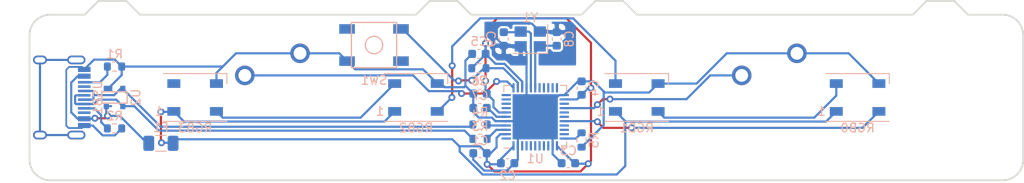
<source format=kicad_pcb>
(kicad_pcb (version 20171130) (host pcbnew "(5.1.10)-1")

  (general
    (thickness 1.6)
    (drawings 24)
    (tracks 295)
    (zones 0)
    (modules 27)
    (nets 48)
  )

  (page A2)
  (layers
    (0 F.Cu signal)
    (31 B.Cu signal)
    (32 B.Adhes user)
    (33 F.Adhes user)
    (34 B.Paste user)
    (35 F.Paste user)
    (36 B.SilkS user)
    (37 F.SilkS user)
    (38 B.Mask user)
    (39 F.Mask user)
    (40 Dwgs.User user)
    (41 Cmts.User user)
    (42 Eco1.User user)
    (43 Eco2.User user)
    (44 Edge.Cuts user)
    (45 Margin user)
    (46 B.CrtYd user)
    (47 F.CrtYd user)
    (48 B.Fab user)
    (49 F.Fab user)
  )

  (setup
    (last_trace_width 0.25)
    (user_trace_width 0.2)
    (trace_clearance 0.2)
    (zone_clearance 0.508)
    (zone_45_only no)
    (trace_min 0.2)
    (via_size 0.8)
    (via_drill 0.4)
    (via_min_size 0.4)
    (via_min_drill 0.3)
    (uvia_size 0.3)
    (uvia_drill 0.1)
    (uvias_allowed no)
    (uvia_min_size 0.2)
    (uvia_min_drill 0.1)
    (edge_width 0.1)
    (segment_width 0.2)
    (pcb_text_width 0.3)
    (pcb_text_size 1.5 1.5)
    (mod_edge_width 0.15)
    (mod_text_size 1 1)
    (mod_text_width 0.15)
    (pad_size 1.5 1.5)
    (pad_drill 0.6)
    (pad_to_mask_clearance 0)
    (aux_axis_origin 0 0)
    (visible_elements 7FFFFFFF)
    (pcbplotparams
      (layerselection 0x010fc_ffffffff)
      (usegerberextensions false)
      (usegerberattributes false)
      (usegerberadvancedattributes false)
      (creategerberjobfile false)
      (excludeedgelayer true)
      (linewidth 0.100000)
      (plotframeref false)
      (viasonmask false)
      (mode 1)
      (useauxorigin false)
      (hpglpennumber 1)
      (hpglpenspeed 20)
      (hpglpendiameter 15.000000)
      (psnegative false)
      (psa4output false)
      (plotreference true)
      (plotvalue true)
      (plotinvisibletext false)
      (padsonsilk false)
      (subtractmaskfromsilk false)
      (outputformat 1)
      (mirror false)
      (drillshape 1)
      (scaleselection 1)
      (outputdirectory ""))
  )

  (net 0 "")
  (net 1 GND)
  (net 2 VCC)
  (net 3 +5V)
  (net 4 D-)
  (net 5 D+)
  (net 6 "Net-(C7-Pad1)")
  (net 7 "Net-(C8-Pad1)")
  (net 8 "Net-(C9-Pad1)")
  (net 9 "Net-(R1-Pad2)")
  (net 10 "Net-(R2-Pad2)")
  (net 11 "Net-(R3-Pad2)")
  (net 12 "Net-(R4-Pad2)")
  (net 13 "Net-(R5-Pad2)")
  (net 14 "Net-(R6-Pad2)")
  (net 15 "Net-(U1-Pad42)")
  (net 16 "Net-(U1-Pad41)")
  (net 17 "Net-(U1-Pad40)")
  (net 18 "Net-(U1-Pad39)")
  (net 19 "Net-(U1-Pad38)")
  (net 20 "Net-(U1-Pad37)")
  (net 21 "Net-(U1-Pad36)")
  (net 22 "Net-(U1-Pad32)")
  (net 23 "Net-(U1-Pad31)")
  (net 24 "Net-(U1-Pad30)")
  (net 25 "Net-(U1-Pad28)")
  (net 26 "Net-(U1-Pad27)")
  (net 27 "Net-(U1-Pad25)")
  (net 28 "Net-(U1-Pad22)")
  (net 29 "Net-(U1-Pad21)")
  (net 30 "Net-(U1-Pad20)")
  (net 31 "Net-(U1-Pad19)")
  (net 32 "Net-(U1-Pad18)")
  (net 33 "Net-(U1-Pad11)")
  (net 34 "Net-(U1-Pad10)")
  (net 35 "Net-(U1-Pad9)")
  (net 36 "Net-(U1-Pad8)")
  (net 37 "Net-(U1-Pad1)")
  (net 38 "Net-(USB1-Pad3)")
  (net 39 "Net-(USB1-Pad9)")
  (net 40 "Net-(USB1-Pad13)")
  (net 41 RGB)
  (net 42 "Net-(RGB0-Pad2)")
  (net 43 "Net-(RGB1-Pad2)")
  (net 44 "Net-(RGB2-Pad2)")
  (net 45 "Net-(RGB3-Pad2)")
  (net 46 K0)
  (net 47 K1)

  (net_class Default "This is the default net class."
    (clearance 0.2)
    (trace_width 0.25)
    (via_dia 0.8)
    (via_drill 0.4)
    (uvia_dia 0.3)
    (uvia_drill 0.1)
    (add_net +5V)
    (add_net D+)
    (add_net D-)
    (add_net GND)
    (add_net K0)
    (add_net K1)
    (add_net "Net-(C7-Pad1)")
    (add_net "Net-(C8-Pad1)")
    (add_net "Net-(C9-Pad1)")
    (add_net "Net-(R1-Pad2)")
    (add_net "Net-(R2-Pad2)")
    (add_net "Net-(R3-Pad2)")
    (add_net "Net-(R4-Pad2)")
    (add_net "Net-(R5-Pad2)")
    (add_net "Net-(R6-Pad2)")
    (add_net "Net-(RGB0-Pad2)")
    (add_net "Net-(RGB1-Pad2)")
    (add_net "Net-(RGB2-Pad2)")
    (add_net "Net-(RGB3-Pad2)")
    (add_net "Net-(U1-Pad1)")
    (add_net "Net-(U1-Pad10)")
    (add_net "Net-(U1-Pad11)")
    (add_net "Net-(U1-Pad18)")
    (add_net "Net-(U1-Pad19)")
    (add_net "Net-(U1-Pad20)")
    (add_net "Net-(U1-Pad21)")
    (add_net "Net-(U1-Pad22)")
    (add_net "Net-(U1-Pad25)")
    (add_net "Net-(U1-Pad27)")
    (add_net "Net-(U1-Pad28)")
    (add_net "Net-(U1-Pad30)")
    (add_net "Net-(U1-Pad31)")
    (add_net "Net-(U1-Pad32)")
    (add_net "Net-(U1-Pad36)")
    (add_net "Net-(U1-Pad37)")
    (add_net "Net-(U1-Pad38)")
    (add_net "Net-(U1-Pad39)")
    (add_net "Net-(U1-Pad40)")
    (add_net "Net-(U1-Pad41)")
    (add_net "Net-(U1-Pad42)")
    (add_net "Net-(U1-Pad8)")
    (add_net "Net-(U1-Pad9)")
    (add_net "Net-(USB1-Pad13)")
    (add_net "Net-(USB1-Pad3)")
    (add_net "Net-(USB1-Pad9)")
    (add_net RGB)
    (add_net VCC)
  )

  (module Type-C:HRO-TYPE-C-31-M-12-Assembly (layer B.Cu) (tedit 611EADB2) (tstamp 61137AE9)
    (at 17.653 28.575 90)
    (path /5FA09579)
    (attr smd)
    (fp_text reference USB1 (at 0 9.25 90) (layer B.SilkS)
      (effects (font (size 1 1) (thickness 0.15)) (justify mirror))
    )
    (fp_text value HRO-TYPE-C-31-M-12 (at 0 -1.15 90) (layer Dwgs.User)
      (effects (font (size 1 1) (thickness 0.15)))
    )
    (fp_line (start 3.75 8.5) (end 3.75 7.5) (layer B.CrtYd) (width 0.15))
    (fp_line (start -3.75 8.5) (end 3.75 8.5) (layer B.CrtYd) (width 0.15))
    (fp_line (start -3.75 7.5) (end -3.75 8.5) (layer B.CrtYd) (width 0.15))
    (fp_line (start -4.5 0) (end -4.5 7.5) (layer B.CrtYd) (width 0.15))
    (fp_line (start 4.5 0) (end -4.5 0) (layer B.CrtYd) (width 0.15))
    (fp_line (start 4.5 7.5) (end 4.5 0) (layer B.CrtYd) (width 0.15))
    (fp_line (start 3.75 7.5) (end 4.5 7.5) (layer B.CrtYd) (width 0.15))
    (fp_line (start -4.5 7.5) (end -3.75 7.5) (layer B.CrtYd) (width 0.15))
    (fp_line (start -4.47 0) (end 4.47 0) (layer Dwgs.User) (width 0.15))
    (fp_line (start -4.47 0) (end -4.47 7.3) (layer Dwgs.User) (width 0.15))
    (fp_line (start 4.47 0) (end 4.47 7.3) (layer Dwgs.User) (width 0.15))
    (fp_line (start -4.47 7.3) (end 4.47 7.3) (layer Dwgs.User) (width 0.15))
    (fp_text user %R (at 0 9.25 90) (layer B.Fab)
      (effects (font (size 1 1) (thickness 0.15)) (justify mirror))
    )
    (pad 12 smd rect (at 3.225 7.695 90) (size 0.6 1.45) (layers B.Cu B.Paste B.Mask)
      (net 1 GND))
    (pad 1 smd rect (at -3.225 7.695 90) (size 0.6 1.45) (layers B.Cu B.Paste B.Mask)
      (net 1 GND))
    (pad 11 smd rect (at 2.45 7.695 90) (size 0.6 1.45) (layers B.Cu B.Paste B.Mask)
      (net 2 VCC))
    (pad 2 smd rect (at -2.45 7.695 90) (size 0.6 1.45) (layers B.Cu B.Paste B.Mask)
      (net 2 VCC))
    (pad 3 smd rect (at -1.75 7.695 90) (size 0.3 1.45) (layers B.Cu B.Paste B.Mask)
      (net 38 "Net-(USB1-Pad3)"))
    (pad 10 smd rect (at 1.75 7.695 90) (size 0.3 1.45) (layers B.Cu B.Paste B.Mask)
      (net 9 "Net-(R1-Pad2)"))
    (pad 4 smd rect (at -1.25 7.695 90) (size 0.3 1.45) (layers B.Cu B.Paste B.Mask)
      (net 10 "Net-(R2-Pad2)"))
    (pad 9 smd rect (at 1.25 7.695 90) (size 0.3 1.45) (layers B.Cu B.Paste B.Mask)
      (net 39 "Net-(USB1-Pad9)"))
    (pad 5 smd rect (at -0.75 7.695 90) (size 0.3 1.45) (layers B.Cu B.Paste B.Mask)
      (net 11 "Net-(R3-Pad2)"))
    (pad 8 smd rect (at 0.75 7.695 90) (size 0.3 1.45) (layers B.Cu B.Paste B.Mask)
      (net 12 "Net-(R4-Pad2)"))
    (pad 7 smd rect (at 0.25 7.695 90) (size 0.3 1.45) (layers B.Cu B.Paste B.Mask)
      (net 11 "Net-(R3-Pad2)"))
    (pad 6 smd rect (at -0.25 7.695 90) (size 0.3 1.45) (layers B.Cu B.Paste B.Mask)
      (net 12 "Net-(R4-Pad2)"))
    (pad "" np_thru_hole circle (at 2.89 6.25 90) (size 0.65 0.65) (drill 0.65) (layers *.Cu *.Mask))
    (pad "" np_thru_hole circle (at -2.89 6.25 90) (size 0.65 0.65) (drill 0.65) (layers *.Cu *.Mask))
    (pad 13 thru_hole oval (at -4.32 6.78 90) (size 1 2.1) (drill oval 0.6 1.7) (layers *.Cu *.Mask)
      (net 40 "Net-(USB1-Pad13)"))
    (pad 13 thru_hole oval (at 4.32 6.78 90) (size 1 2.1) (drill oval 0.6 1.7) (layers *.Cu *.Mask)
      (net 40 "Net-(USB1-Pad13)"))
    (pad 13 thru_hole oval (at -4.32 2.6 90) (size 1 1.6) (drill oval 0.6 1.2) (layers *.Cu *.Mask)
      (net 40 "Net-(USB1-Pad13)"))
    (pad 13 thru_hole oval (at 4.32 2.6 90) (size 1 1.6) (drill oval 0.6 1.2) (layers *.Cu *.Mask)
      (net 40 "Net-(USB1-Pad13)"))
    (model "${KIPRJMOD}/Type-C.pretty/HRO  TYPE-C-31-M-12.step"
      (offset (xyz -4.5 0 0))
      (scale (xyz 1 1 1))
      (rotate (xyz -90 0 0))
    )
  )

  (module MX_Only:MXOnly-3U-ReversedStabilizers-NoLED (layer F.Cu) (tedit 5BF22A14) (tstamp 10)
    (at 104.775 28.575)
    (path /00000011)
    (fp_text reference K1 (at 0 3.175) (layer Dwgs.User)
      (effects (font (size 1 1) (thickness 0.15)))
    )
    (fp_text value 3U (at 0 -7.9375) (layer Dwgs.User)
      (effects (font (size 1 1) (thickness 0.15)))
    )
    (fp_line (start -28.575 9.525) (end -28.575 -9.525) (layer Dwgs.User) (width 0.15))
    (fp_line (start -28.575 9.525) (end 28.575 9.525) (layer Dwgs.User) (width 0.15))
    (fp_line (start 28.575 -9.525) (end 28.575 9.525) (layer Dwgs.User) (width 0.15))
    (fp_line (start -28.575 -9.525) (end 28.575 -9.525) (layer Dwgs.User) (width 0.15))
    (fp_line (start -7 -7) (end -7 -5) (layer Dwgs.User) (width 0.15))
    (fp_line (start -5 -7) (end -7 -7) (layer Dwgs.User) (width 0.15))
    (fp_line (start -7 7) (end -5 7) (layer Dwgs.User) (width 0.15))
    (fp_line (start -7 5) (end -7 7) (layer Dwgs.User) (width 0.15))
    (fp_line (start 7 7) (end 7 5) (layer Dwgs.User) (width 0.15))
    (fp_line (start 5 7) (end 7 7) (layer Dwgs.User) (width 0.15))
    (fp_line (start 7 -7) (end 7 -5) (layer Dwgs.User) (width 0.15))
    (fp_line (start 5 -7) (end 7 -7) (layer Dwgs.User) (width 0.15))
    (pad 2 thru_hole circle (at 2.54 -5.08) (size 2.25 2.25) (drill 1.47) (layers *.Cu B.Mask)
      (net 1 GND))
    (pad 1 thru_hole circle (at -3.81 -2.54 48.1) (size 2.25 2.25) (drill 1.47) (layers *.Cu B.Mask)
      (net 47 K1))
    (pad "" np_thru_hole circle (at 0 0) (size 3.9878 3.9878) (drill 3.9878) (layers *.Cu *.Mask))
    (pad "" np_thru_hole circle (at -5.08 0 48.0996) (size 1.75 1.75) (drill 1.75) (layers *.Cu *.Mask))
    (pad "" np_thru_hole circle (at 5.08 0 48.0996) (size 1.75 1.75) (drill 1.75) (layers *.Cu *.Mask))
    (pad "" np_thru_hole circle (at -19.05 6.985) (size 3.048 3.048) (drill 3.048) (layers *.Cu *.Mask))
    (pad "" np_thru_hole circle (at 19.05 6.985) (size 3.048 3.048) (drill 3.048) (layers *.Cu *.Mask))
    (pad "" np_thru_hole circle (at -19.05 -8.255) (size 3.9878 3.9878) (drill 3.9878) (layers *.Cu *.Mask))
    (pad "" np_thru_hole circle (at 19.05 -8.255) (size 3.9878 3.9878) (drill 3.9878) (layers *.Cu *.Mask))
  )

  (module MX_Only:MXOnly-3U-ReversedStabilizers-NoLED (layer F.Cu) (tedit 5BF22A14) (tstamp 0)
    (at 47.625 28.575)
    (path /00000001)
    (fp_text reference K0 (at 0 3.175) (layer Dwgs.User)
      (effects (font (size 1 1) (thickness 0.15)))
    )
    (fp_text value 3U (at 0 -7.9375) (layer Dwgs.User)
      (effects (font (size 1 1) (thickness 0.15)))
    )
    (fp_line (start -28.575 9.525) (end -28.575 -9.525) (layer Dwgs.User) (width 0.15))
    (fp_line (start -28.575 9.525) (end 28.575 9.525) (layer Dwgs.User) (width 0.15))
    (fp_line (start 28.575 -9.525) (end 28.575 9.525) (layer Dwgs.User) (width 0.15))
    (fp_line (start -28.575 -9.525) (end 28.575 -9.525) (layer Dwgs.User) (width 0.15))
    (fp_line (start -7 -7) (end -7 -5) (layer Dwgs.User) (width 0.15))
    (fp_line (start -5 -7) (end -7 -7) (layer Dwgs.User) (width 0.15))
    (fp_line (start -7 7) (end -5 7) (layer Dwgs.User) (width 0.15))
    (fp_line (start -7 5) (end -7 7) (layer Dwgs.User) (width 0.15))
    (fp_line (start 7 7) (end 7 5) (layer Dwgs.User) (width 0.15))
    (fp_line (start 5 7) (end 7 7) (layer Dwgs.User) (width 0.15))
    (fp_line (start 7 -7) (end 7 -5) (layer Dwgs.User) (width 0.15))
    (fp_line (start 5 -7) (end 7 -7) (layer Dwgs.User) (width 0.15))
    (pad 2 thru_hole circle (at 2.54 -5.08) (size 2.25 2.25) (drill 1.47) (layers *.Cu B.Mask)
      (net 1 GND))
    (pad 1 thru_hole circle (at -3.81 -2.54 48.1) (size 2.25 2.25) (drill 1.47) (layers *.Cu B.Mask)
      (net 46 K0))
    (pad "" np_thru_hole circle (at 0 0) (size 3.9878 3.9878) (drill 3.9878) (layers *.Cu *.Mask))
    (pad "" np_thru_hole circle (at -5.08 0 48.0996) (size 1.75 1.75) (drill 1.75) (layers *.Cu *.Mask))
    (pad "" np_thru_hole circle (at 5.08 0 48.0996) (size 1.75 1.75) (drill 1.75) (layers *.Cu *.Mask))
    (pad "" np_thru_hole circle (at -19.05 6.985) (size 3.048 3.048) (drill 3.048) (layers *.Cu *.Mask))
    (pad "" np_thru_hole circle (at 19.05 6.985) (size 3.048 3.048) (drill 3.048) (layers *.Cu *.Mask))
    (pad "" np_thru_hole circle (at -19.05 -8.255) (size 3.9878 3.9878) (drill 3.9878) (layers *.Cu *.Mask))
    (pad "" np_thru_hole circle (at 19.05 -8.255) (size 3.9878 3.9878) (drill 3.9878) (layers *.Cu *.Mask))
  )

  (module Package_DFN_QFN:QFN-44-1EP_7x7mm_P0.5mm_EP5.2x5.2mm (layer B.Cu) (tedit 5DC5F6A5) (tstamp 611EC4EA)
    (at 77.216 30.7975)
    (descr "QFN, 44 Pin (http://ww1.microchip.com/downloads/en/DeviceDoc/2512S.pdf#page=17), generated with kicad-footprint-generator ipc_noLead_generator.py")
    (tags "QFN NoLead")
    (path /612082D8)
    (attr smd)
    (fp_text reference U1 (at 0 4.82) (layer B.SilkS)
      (effects (font (size 1 1) (thickness 0.15)) (justify mirror))
    )
    (fp_text value ATmega32U4-MU (at 0 -4.82) (layer B.Fab)
      (effects (font (size 1 1) (thickness 0.15)) (justify mirror))
    )
    (fp_text user %R (at 0 0) (layer B.Fab)
      (effects (font (size 1 1) (thickness 0.15)) (justify mirror))
    )
    (fp_line (start 2.885 3.61) (end 3.61 3.61) (layer B.SilkS) (width 0.12))
    (fp_line (start 3.61 3.61) (end 3.61 2.885) (layer B.SilkS) (width 0.12))
    (fp_line (start -2.885 -3.61) (end -3.61 -3.61) (layer B.SilkS) (width 0.12))
    (fp_line (start -3.61 -3.61) (end -3.61 -2.885) (layer B.SilkS) (width 0.12))
    (fp_line (start 2.885 -3.61) (end 3.61 -3.61) (layer B.SilkS) (width 0.12))
    (fp_line (start 3.61 -3.61) (end 3.61 -2.885) (layer B.SilkS) (width 0.12))
    (fp_line (start -2.885 3.61) (end -3.61 3.61) (layer B.SilkS) (width 0.12))
    (fp_line (start -2.5 3.5) (end 3.5 3.5) (layer B.Fab) (width 0.1))
    (fp_line (start 3.5 3.5) (end 3.5 -3.5) (layer B.Fab) (width 0.1))
    (fp_line (start 3.5 -3.5) (end -3.5 -3.5) (layer B.Fab) (width 0.1))
    (fp_line (start -3.5 -3.5) (end -3.5 2.5) (layer B.Fab) (width 0.1))
    (fp_line (start -3.5 2.5) (end -2.5 3.5) (layer B.Fab) (width 0.1))
    (fp_line (start -4.12 4.12) (end -4.12 -4.12) (layer B.CrtYd) (width 0.05))
    (fp_line (start -4.12 -4.12) (end 4.12 -4.12) (layer B.CrtYd) (width 0.05))
    (fp_line (start 4.12 -4.12) (end 4.12 4.12) (layer B.CrtYd) (width 0.05))
    (fp_line (start 4.12 4.12) (end -4.12 4.12) (layer B.CrtYd) (width 0.05))
    (pad "" smd roundrect (at 1.95 -1.95) (size 1.05 1.05) (layers B.Paste) (roundrect_rratio 0.238095))
    (pad "" smd roundrect (at 1.95 -0.65) (size 1.05 1.05) (layers B.Paste) (roundrect_rratio 0.238095))
    (pad "" smd roundrect (at 1.95 0.65) (size 1.05 1.05) (layers B.Paste) (roundrect_rratio 0.238095))
    (pad "" smd roundrect (at 1.95 1.95) (size 1.05 1.05) (layers B.Paste) (roundrect_rratio 0.238095))
    (pad "" smd roundrect (at 0.65 -1.95) (size 1.05 1.05) (layers B.Paste) (roundrect_rratio 0.238095))
    (pad "" smd roundrect (at 0.65 -0.65) (size 1.05 1.05) (layers B.Paste) (roundrect_rratio 0.238095))
    (pad "" smd roundrect (at 0.65 0.65) (size 1.05 1.05) (layers B.Paste) (roundrect_rratio 0.238095))
    (pad "" smd roundrect (at 0.65 1.95) (size 1.05 1.05) (layers B.Paste) (roundrect_rratio 0.238095))
    (pad "" smd roundrect (at -0.65 -1.95) (size 1.05 1.05) (layers B.Paste) (roundrect_rratio 0.238095))
    (pad "" smd roundrect (at -0.65 -0.65) (size 1.05 1.05) (layers B.Paste) (roundrect_rratio 0.238095))
    (pad "" smd roundrect (at -0.65 0.65) (size 1.05 1.05) (layers B.Paste) (roundrect_rratio 0.238095))
    (pad "" smd roundrect (at -0.65 1.95) (size 1.05 1.05) (layers B.Paste) (roundrect_rratio 0.238095))
    (pad "" smd roundrect (at -1.95 -1.95) (size 1.05 1.05) (layers B.Paste) (roundrect_rratio 0.238095))
    (pad "" smd roundrect (at -1.95 -0.65) (size 1.05 1.05) (layers B.Paste) (roundrect_rratio 0.238095))
    (pad "" smd roundrect (at -1.95 0.65) (size 1.05 1.05) (layers B.Paste) (roundrect_rratio 0.238095))
    (pad "" smd roundrect (at -1.95 1.95) (size 1.05 1.05) (layers B.Paste) (roundrect_rratio 0.238095))
    (pad 45 smd rect (at 0 0) (size 5.2 5.2) (layers B.Cu B.Mask)
      (net 1 GND))
    (pad 44 smd roundrect (at -2.5 3.3375) (size 0.25 1.075) (layers B.Cu B.Paste B.Mask) (roundrect_rratio 0.25)
      (net 3 +5V))
    (pad 43 smd roundrect (at -2 3.3375) (size 0.25 1.075) (layers B.Cu B.Paste B.Mask) (roundrect_rratio 0.25)
      (net 1 GND))
    (pad 42 smd roundrect (at -1.5 3.3375) (size 0.25 1.075) (layers B.Cu B.Paste B.Mask) (roundrect_rratio 0.25)
      (net 15 "Net-(U1-Pad42)"))
    (pad 41 smd roundrect (at -1 3.3375) (size 0.25 1.075) (layers B.Cu B.Paste B.Mask) (roundrect_rratio 0.25)
      (net 16 "Net-(U1-Pad41)"))
    (pad 40 smd roundrect (at -0.5 3.3375) (size 0.25 1.075) (layers B.Cu B.Paste B.Mask) (roundrect_rratio 0.25)
      (net 17 "Net-(U1-Pad40)"))
    (pad 39 smd roundrect (at 0 3.3375) (size 0.25 1.075) (layers B.Cu B.Paste B.Mask) (roundrect_rratio 0.25)
      (net 18 "Net-(U1-Pad39)"))
    (pad 38 smd roundrect (at 0.5 3.3375) (size 0.25 1.075) (layers B.Cu B.Paste B.Mask) (roundrect_rratio 0.25)
      (net 19 "Net-(U1-Pad38)"))
    (pad 37 smd roundrect (at 1 3.3375) (size 0.25 1.075) (layers B.Cu B.Paste B.Mask) (roundrect_rratio 0.25)
      (net 20 "Net-(U1-Pad37)"))
    (pad 36 smd roundrect (at 1.5 3.3375) (size 0.25 1.075) (layers B.Cu B.Paste B.Mask) (roundrect_rratio 0.25)
      (net 21 "Net-(U1-Pad36)"))
    (pad 35 smd roundrect (at 2 3.3375) (size 0.25 1.075) (layers B.Cu B.Paste B.Mask) (roundrect_rratio 0.25)
      (net 1 GND))
    (pad 34 smd roundrect (at 2.5 3.3375) (size 0.25 1.075) (layers B.Cu B.Paste B.Mask) (roundrect_rratio 0.25)
      (net 3 +5V))
    (pad 33 smd roundrect (at 3.3375 2.5) (size 1.075 0.25) (layers B.Cu B.Paste B.Mask) (roundrect_rratio 0.25)
      (net 13 "Net-(R5-Pad2)"))
    (pad 32 smd roundrect (at 3.3375 2) (size 1.075 0.25) (layers B.Cu B.Paste B.Mask) (roundrect_rratio 0.25)
      (net 22 "Net-(U1-Pad32)"))
    (pad 31 smd roundrect (at 3.3375 1.5) (size 1.075 0.25) (layers B.Cu B.Paste B.Mask) (roundrect_rratio 0.25)
      (net 23 "Net-(U1-Pad31)"))
    (pad 30 smd roundrect (at 3.3375 1) (size 1.075 0.25) (layers B.Cu B.Paste B.Mask) (roundrect_rratio 0.25)
      (net 24 "Net-(U1-Pad30)"))
    (pad 29 smd roundrect (at 3.3375 0.5) (size 1.075 0.25) (layers B.Cu B.Paste B.Mask) (roundrect_rratio 0.25)
      (net 41 RGB))
    (pad 28 smd roundrect (at 3.3375 0) (size 1.075 0.25) (layers B.Cu B.Paste B.Mask) (roundrect_rratio 0.25)
      (net 25 "Net-(U1-Pad28)"))
    (pad 27 smd roundrect (at 3.3375 -0.5) (size 1.075 0.25) (layers B.Cu B.Paste B.Mask) (roundrect_rratio 0.25)
      (net 26 "Net-(U1-Pad27)"))
    (pad 26 smd roundrect (at 3.3375 -1) (size 1.075 0.25) (layers B.Cu B.Paste B.Mask) (roundrect_rratio 0.25)
      (net 47 K1))
    (pad 25 smd roundrect (at 3.3375 -1.5) (size 1.075 0.25) (layers B.Cu B.Paste B.Mask) (roundrect_rratio 0.25)
      (net 27 "Net-(U1-Pad25)"))
    (pad 24 smd roundrect (at 3.3375 -2) (size 1.075 0.25) (layers B.Cu B.Paste B.Mask) (roundrect_rratio 0.25)
      (net 3 +5V))
    (pad 23 smd roundrect (at 3.3375 -2.5) (size 1.075 0.25) (layers B.Cu B.Paste B.Mask) (roundrect_rratio 0.25)
      (net 1 GND))
    (pad 22 smd roundrect (at 2.5 -3.3375) (size 0.25 1.075) (layers B.Cu B.Paste B.Mask) (roundrect_rratio 0.25)
      (net 28 "Net-(U1-Pad22)"))
    (pad 21 smd roundrect (at 2 -3.3375) (size 0.25 1.075) (layers B.Cu B.Paste B.Mask) (roundrect_rratio 0.25)
      (net 29 "Net-(U1-Pad21)"))
    (pad 20 smd roundrect (at 1.5 -3.3375) (size 0.25 1.075) (layers B.Cu B.Paste B.Mask) (roundrect_rratio 0.25)
      (net 30 "Net-(U1-Pad20)"))
    (pad 19 smd roundrect (at 1 -3.3375) (size 0.25 1.075) (layers B.Cu B.Paste B.Mask) (roundrect_rratio 0.25)
      (net 31 "Net-(U1-Pad19)"))
    (pad 18 smd roundrect (at 0.5 -3.3375) (size 0.25 1.075) (layers B.Cu B.Paste B.Mask) (roundrect_rratio 0.25)
      (net 32 "Net-(U1-Pad18)"))
    (pad 17 smd roundrect (at 0 -3.3375) (size 0.25 1.075) (layers B.Cu B.Paste B.Mask) (roundrect_rratio 0.25)
      (net 7 "Net-(C8-Pad1)"))
    (pad 16 smd roundrect (at -0.5 -3.3375) (size 0.25 1.075) (layers B.Cu B.Paste B.Mask) (roundrect_rratio 0.25)
      (net 8 "Net-(C9-Pad1)"))
    (pad 15 smd roundrect (at -1 -3.3375) (size 0.25 1.075) (layers B.Cu B.Paste B.Mask) (roundrect_rratio 0.25)
      (net 1 GND))
    (pad 14 smd roundrect (at -1.5 -3.3375) (size 0.25 1.075) (layers B.Cu B.Paste B.Mask) (roundrect_rratio 0.25)
      (net 3 +5V))
    (pad 13 smd roundrect (at -2 -3.3375) (size 0.25 1.075) (layers B.Cu B.Paste B.Mask) (roundrect_rratio 0.25)
      (net 14 "Net-(R6-Pad2)"))
    (pad 12 smd roundrect (at -2.5 -3.3375) (size 0.25 1.075) (layers B.Cu B.Paste B.Mask) (roundrect_rratio 0.25)
      (net 46 K0))
    (pad 11 smd roundrect (at -3.3375 -2.5) (size 1.075 0.25) (layers B.Cu B.Paste B.Mask) (roundrect_rratio 0.25)
      (net 33 "Net-(U1-Pad11)"))
    (pad 10 smd roundrect (at -3.3375 -2) (size 1.075 0.25) (layers B.Cu B.Paste B.Mask) (roundrect_rratio 0.25)
      (net 34 "Net-(U1-Pad10)"))
    (pad 9 smd roundrect (at -3.3375 -1.5) (size 1.075 0.25) (layers B.Cu B.Paste B.Mask) (roundrect_rratio 0.25)
      (net 35 "Net-(U1-Pad9)"))
    (pad 8 smd roundrect (at -3.3375 -1) (size 1.075 0.25) (layers B.Cu B.Paste B.Mask) (roundrect_rratio 0.25)
      (net 36 "Net-(U1-Pad8)"))
    (pad 7 smd roundrect (at -3.3375 -0.5) (size 1.075 0.25) (layers B.Cu B.Paste B.Mask) (roundrect_rratio 0.25)
      (net 3 +5V))
    (pad 6 smd roundrect (at -3.3375 0) (size 1.075 0.25) (layers B.Cu B.Paste B.Mask) (roundrect_rratio 0.25)
      (net 6 "Net-(C7-Pad1)"))
    (pad 5 smd roundrect (at -3.3375 0.5) (size 1.075 0.25) (layers B.Cu B.Paste B.Mask) (roundrect_rratio 0.25)
      (net 1 GND))
    (pad 4 smd roundrect (at -3.3375 1) (size 1.075 0.25) (layers B.Cu B.Paste B.Mask) (roundrect_rratio 0.25)
      (net 5 D+))
    (pad 3 smd roundrect (at -3.3375 1.5) (size 1.075 0.25) (layers B.Cu B.Paste B.Mask) (roundrect_rratio 0.25)
      (net 4 D-))
    (pad 2 smd roundrect (at -3.3375 2) (size 1.075 0.25) (layers B.Cu B.Paste B.Mask) (roundrect_rratio 0.25)
      (net 3 +5V))
    (pad 1 smd roundrect (at -3.3375 2.5) (size 1.075 0.25) (layers B.Cu B.Paste B.Mask) (roundrect_rratio 0.25)
      (net 37 "Net-(U1-Pad1)"))
    (model ${KISYS3DMOD}/Package_DFN_QFN.3dshapes/QFN-44-1EP_7x7mm_P0.5mm_EP5.2x5.2mm.wrl
      (at (xyz 0 0 0))
      (scale (xyz 1 1 1))
      (rotate (xyz 0 0 0))
    )
  )

  (module Crystal:Crystal_SMD_3225-4Pin_3.2x2.5mm (layer B.Cu) (tedit 5A0FD1B2) (tstamp 61138033)
    (at 76.6445 21.844 180)
    (descr "SMD Crystal SERIES SMD3225/4 http://www.txccrystal.com/images/pdf/7m-accuracy.pdf, 3.2x2.5mm^2 package")
    (tags "SMD SMT crystal")
    (path /5FA0952B)
    (attr smd)
    (fp_text reference Y1 (at 0 2.45) (layer B.SilkS)
      (effects (font (size 1 1) (thickness 0.15)) (justify mirror))
    )
    (fp_text value 16MHz (at 0 -2.45) (layer B.Fab)
      (effects (font (size 1 1) (thickness 0.15)) (justify mirror))
    )
    (fp_line (start 2.1 1.7) (end -2.1 1.7) (layer B.CrtYd) (width 0.05))
    (fp_line (start 2.1 -1.7) (end 2.1 1.7) (layer B.CrtYd) (width 0.05))
    (fp_line (start -2.1 -1.7) (end 2.1 -1.7) (layer B.CrtYd) (width 0.05))
    (fp_line (start -2.1 1.7) (end -2.1 -1.7) (layer B.CrtYd) (width 0.05))
    (fp_line (start -2 -1.65) (end 2 -1.65) (layer B.SilkS) (width 0.12))
    (fp_line (start -2 1.65) (end -2 -1.65) (layer B.SilkS) (width 0.12))
    (fp_line (start -1.6 -0.25) (end -0.6 -1.25) (layer B.Fab) (width 0.1))
    (fp_line (start 1.6 1.25) (end -1.6 1.25) (layer B.Fab) (width 0.1))
    (fp_line (start 1.6 -1.25) (end 1.6 1.25) (layer B.Fab) (width 0.1))
    (fp_line (start -1.6 -1.25) (end 1.6 -1.25) (layer B.Fab) (width 0.1))
    (fp_line (start -1.6 1.25) (end -1.6 -1.25) (layer B.Fab) (width 0.1))
    (fp_text user %R (at 0 0) (layer B.Fab)
      (effects (font (size 0.7 0.7) (thickness 0.105)) (justify mirror))
    )
    (pad 4 smd rect (at -1.1 0.85 180) (size 1.4 1.2) (layers B.Cu B.Paste B.Mask)
      (net 1 GND))
    (pad 3 smd rect (at 1.1 0.85 180) (size 1.4 1.2) (layers B.Cu B.Paste B.Mask)
      (net 8 "Net-(C9-Pad1)"))
    (pad 2 smd rect (at 1.1 -0.85 180) (size 1.4 1.2) (layers B.Cu B.Paste B.Mask)
      (net 1 GND))
    (pad 1 smd rect (at -1.1 -0.85 180) (size 1.4 1.2) (layers B.Cu B.Paste B.Mask)
      (net 7 "Net-(C8-Pad1)"))
    (model ${KISYS3DMOD}/Crystal.3dshapes/Crystal_SMD_3225-4Pin_3.2x2.5mm.wrl
      (at (xyz 0 0 0))
      (scale (xyz 1 1 1))
      (rotate (xyz 0 0 0))
    )
  )

  (module random-keyboard-parts:SOT143B (layer B.Cu) (tedit 5E62B3A6) (tstamp 61137C98)
    (at 28.829 28.575 270)
    (path /5FA095B7)
    (attr smd)
    (fp_text reference U2 (at 0 -2.45 90) (layer B.SilkS)
      (effects (font (size 1 1) (thickness 0.15)) (justify mirror))
    )
    (fp_text value PRTR5V0U2X (at 0 2.3 90) (layer B.Fab)
      (effects (font (size 1 1) (thickness 0.15)) (justify mirror))
    )
    (fp_line (start 0.65 1.45) (end 0.65 -1.45) (layer B.SilkS) (width 0.15))
    (fp_line (start 0.65 1.45) (end -0.65 1.45) (layer B.SilkS) (width 0.15))
    (fp_line (start -0.65 1.45) (end -0.65 -1.45) (layer B.SilkS) (width 0.15))
    (fp_line (start -0.65 -1.45) (end 0.65 -1.45) (layer B.SilkS) (width 0.15))
    (fp_line (start 1.45 1.45) (end 1.45 -1.45) (layer B.Fab) (width 0.15))
    (fp_line (start 1.45 -1.45) (end -1.45 -1.45) (layer B.Fab) (width 0.15))
    (fp_line (start -1.45 -1.45) (end -1.45 1.45) (layer B.Fab) (width 0.15))
    (fp_line (start -1.45 1.45) (end 1.45 1.45) (layer B.Fab) (width 0.15))
    (fp_line (start 0.65 1.45) (end 0.65 -1.45) (layer B.Fab) (width 0.15))
    (fp_line (start -0.65 -1.45) (end -0.65 1.45) (layer B.Fab) (width 0.15))
    (fp_line (start -0.65 0.1) (end -1.45 0.1) (layer B.Fab) (width 0.15))
    (fp_line (start -1.45 -0.55) (end -0.65 -0.55) (layer B.Fab) (width 0.15))
    (fp_line (start 0.65 0.55) (end 1.45 0.55) (layer B.Fab) (width 0.15))
    (fp_line (start 1.45 -0.55) (end 0.65 -0.55) (layer B.Fab) (width 0.15))
    (pad 1 smd rect (at -1 0.75) (size 1 0.7) (layers B.Cu B.Paste B.Mask)
      (net 1 GND))
    (pad 4 smd rect (at 1 0.95) (size 0.6 0.7) (layers B.Cu B.Paste B.Mask)
      (net 2 VCC))
    (pad 2 smd rect (at -1 -0.95) (size 0.6 0.7) (layers B.Cu B.Paste B.Mask)
      (net 12 "Net-(R4-Pad2)"))
    (pad 3 smd rect (at 1 -0.95) (size 0.6 0.7) (layers B.Cu B.Paste B.Mask)
      (net 11 "Net-(R3-Pad2)"))
    (model ${KISYS3DMOD}/Package_TO_SOT_SMD.3dshapes/SOT-143.step
      (at (xyz 0 0 0))
      (scale (xyz 1 1 1))
      (rotate (xyz 0 0 0))
    )
  )

  (module random-keyboard-parts:SKQG-1155865 (layer B.Cu) (tedit 5E62B398) (tstamp 61137D48)
    (at 58.674 22.5425 180)
    (path /5FA09557)
    (attr smd)
    (fp_text reference SW1 (at 0 -4.064) (layer B.SilkS)
      (effects (font (size 1 1) (thickness 0.15)) (justify mirror))
    )
    (fp_text value SW_Push (at 0 4.064) (layer B.Fab)
      (effects (font (size 1 1) (thickness 0.15)) (justify mirror))
    )
    (fp_line (start -2.6 2.6) (end 2.6 2.6) (layer B.SilkS) (width 0.15))
    (fp_line (start 2.6 2.6) (end 2.6 -2.6) (layer B.SilkS) (width 0.15))
    (fp_line (start 2.6 -2.6) (end -2.6 -2.6) (layer B.SilkS) (width 0.15))
    (fp_line (start -2.6 -2.6) (end -2.6 2.6) (layer B.SilkS) (width 0.15))
    (fp_circle (center 0 0) (end 1 0) (layer B.SilkS) (width 0.15))
    (fp_line (start -4.2 2.6) (end 4.2 2.6) (layer B.Fab) (width 0.15))
    (fp_line (start 4.2 2.6) (end 4.2 1.2) (layer B.Fab) (width 0.15))
    (fp_line (start 4.2 1.1) (end 2.6 1.1) (layer B.Fab) (width 0.15))
    (fp_line (start 2.6 1.1) (end 2.6 -1.1) (layer B.Fab) (width 0.15))
    (fp_line (start 2.6 -1.1) (end 4.2 -1.1) (layer B.Fab) (width 0.15))
    (fp_line (start 4.2 -1.1) (end 4.2 -2.6) (layer B.Fab) (width 0.15))
    (fp_line (start 4.2 -2.6) (end -4.2 -2.6) (layer B.Fab) (width 0.15))
    (fp_line (start -4.2 -2.6) (end -4.2 -1.1) (layer B.Fab) (width 0.15))
    (fp_line (start -4.2 -1.1) (end -2.6 -1.1) (layer B.Fab) (width 0.15))
    (fp_line (start -2.6 -1.1) (end -2.6 1.1) (layer B.Fab) (width 0.15))
    (fp_line (start -2.6 1.1) (end -4.2 1.1) (layer B.Fab) (width 0.15))
    (fp_line (start -4.2 1.1) (end -4.2 2.6) (layer B.Fab) (width 0.15))
    (fp_circle (center 0 0) (end 1 0) (layer B.Fab) (width 0.15))
    (fp_line (start -2.6 1.1) (end -1.1 2.6) (layer B.Fab) (width 0.15))
    (fp_line (start 2.6 1.1) (end 1.1 2.6) (layer B.Fab) (width 0.15))
    (fp_line (start 2.6 -1.1) (end 1.1 -2.6) (layer B.Fab) (width 0.15))
    (fp_line (start -2.6 -1.1) (end -1.1 -2.6) (layer B.Fab) (width 0.15))
    (pad 4 smd rect (at -3.1 -1.85 180) (size 1.8 1.1) (layers B.Cu B.Paste B.Mask))
    (pad 3 smd rect (at 3.1 1.85 180) (size 1.8 1.1) (layers B.Cu B.Paste B.Mask))
    (pad 2 smd rect (at -3.1 1.85 180) (size 1.8 1.1) (layers B.Cu B.Paste B.Mask)
      (net 14 "Net-(R6-Pad2)"))
    (pad 1 smd rect (at 3.1 -1.85 180) (size 1.8 1.1) (layers B.Cu B.Paste B.Mask)
      (net 1 GND))
    (model ${KISYS3DMOD}/Button_Switch_SMD.3dshapes/SW_SPST_TL3342.step
      (at (xyz 0 0 0))
      (scale (xyz 1 1 1))
      (rotate (xyz 0 0 0))
    )
  )

  (module Resistor_SMD:R_0603_1608Metric (layer B.Cu) (tedit 5F68FEEE) (tstamp 61137C63)
    (at 70.739 25.2095)
    (descr "Resistor SMD 0603 (1608 Metric), square (rectangular) end terminal, IPC_7351 nominal, (Body size source: IPC-SM-782 page 72, https://www.pcb-3d.com/wordpress/wp-content/uploads/ipc-sm-782a_amendment_1_and_2.pdf), generated with kicad-footprint-generator")
    (tags resistor)
    (path /5FA09566)
    (attr smd)
    (fp_text reference R6 (at 0 1.43) (layer B.SilkS)
      (effects (font (size 1 1) (thickness 0.15)) (justify mirror))
    )
    (fp_text value 10k (at 0 -1.43) (layer B.Fab)
      (effects (font (size 1 1) (thickness 0.15)) (justify mirror))
    )
    (fp_line (start 1.48 -0.73) (end -1.48 -0.73) (layer B.CrtYd) (width 0.05))
    (fp_line (start 1.48 0.73) (end 1.48 -0.73) (layer B.CrtYd) (width 0.05))
    (fp_line (start -1.48 0.73) (end 1.48 0.73) (layer B.CrtYd) (width 0.05))
    (fp_line (start -1.48 -0.73) (end -1.48 0.73) (layer B.CrtYd) (width 0.05))
    (fp_line (start -0.237258 -0.5225) (end 0.237258 -0.5225) (layer B.SilkS) (width 0.12))
    (fp_line (start -0.237258 0.5225) (end 0.237258 0.5225) (layer B.SilkS) (width 0.12))
    (fp_line (start 0.8 -0.4125) (end -0.8 -0.4125) (layer B.Fab) (width 0.1))
    (fp_line (start 0.8 0.4125) (end 0.8 -0.4125) (layer B.Fab) (width 0.1))
    (fp_line (start -0.8 0.4125) (end 0.8 0.4125) (layer B.Fab) (width 0.1))
    (fp_line (start -0.8 -0.4125) (end -0.8 0.4125) (layer B.Fab) (width 0.1))
    (fp_text user %R (at 0 0) (layer B.Fab)
      (effects (font (size 0.4 0.4) (thickness 0.06)) (justify mirror))
    )
    (pad 2 smd roundrect (at 0.825 0) (size 0.8 0.95) (layers B.Cu B.Paste B.Mask) (roundrect_rratio 0.25)
      (net 14 "Net-(R6-Pad2)"))
    (pad 1 smd roundrect (at -0.825 0) (size 0.8 0.95) (layers B.Cu B.Paste B.Mask) (roundrect_rratio 0.25)
      (net 3 +5V))
    (model ${KISYS3DMOD}/Resistor_SMD.3dshapes/R_0603_1608Metric.wrl
      (at (xyz 0 0 0))
      (scale (xyz 1 1 1))
      (rotate (xyz 0 0 0))
    )
  )

  (module Resistor_SMD:R_0603_1608Metric (layer B.Cu) (tedit 5F68FEEE) (tstamp 61137C33)
    (at 82.55 33.4645 90)
    (descr "Resistor SMD 0603 (1608 Metric), square (rectangular) end terminal, IPC_7351 nominal, (Body size source: IPC-SM-782 page 72, https://www.pcb-3d.com/wordpress/wp-content/uploads/ipc-sm-782a_amendment_1_and_2.pdf), generated with kicad-footprint-generator")
    (tags resistor)
    (path /5FA09508)
    (attr smd)
    (fp_text reference R5 (at 0 1.43 90) (layer B.SilkS)
      (effects (font (size 1 1) (thickness 0.15)) (justify mirror))
    )
    (fp_text value 10k (at 0 -1.43 90) (layer B.Fab)
      (effects (font (size 1 1) (thickness 0.15)) (justify mirror))
    )
    (fp_line (start 1.48 -0.73) (end -1.48 -0.73) (layer B.CrtYd) (width 0.05))
    (fp_line (start 1.48 0.73) (end 1.48 -0.73) (layer B.CrtYd) (width 0.05))
    (fp_line (start -1.48 0.73) (end 1.48 0.73) (layer B.CrtYd) (width 0.05))
    (fp_line (start -1.48 -0.73) (end -1.48 0.73) (layer B.CrtYd) (width 0.05))
    (fp_line (start -0.237258 -0.5225) (end 0.237258 -0.5225) (layer B.SilkS) (width 0.12))
    (fp_line (start -0.237258 0.5225) (end 0.237258 0.5225) (layer B.SilkS) (width 0.12))
    (fp_line (start 0.8 -0.4125) (end -0.8 -0.4125) (layer B.Fab) (width 0.1))
    (fp_line (start 0.8 0.4125) (end 0.8 -0.4125) (layer B.Fab) (width 0.1))
    (fp_line (start -0.8 0.4125) (end 0.8 0.4125) (layer B.Fab) (width 0.1))
    (fp_line (start -0.8 -0.4125) (end -0.8 0.4125) (layer B.Fab) (width 0.1))
    (fp_text user %R (at 0 0 90) (layer B.Fab)
      (effects (font (size 0.4 0.4) (thickness 0.06)) (justify mirror))
    )
    (pad 2 smd roundrect (at 0.825 0 90) (size 0.8 0.95) (layers B.Cu B.Paste B.Mask) (roundrect_rratio 0.25)
      (net 13 "Net-(R5-Pad2)"))
    (pad 1 smd roundrect (at -0.825 0 90) (size 0.8 0.95) (layers B.Cu B.Paste B.Mask) (roundrect_rratio 0.25)
      (net 1 GND))
    (model ${KISYS3DMOD}/Resistor_SMD.3dshapes/R_0603_1608Metric.wrl
      (at (xyz 0 0 0))
      (scale (xyz 1 1 1))
      (rotate (xyz 0 0 0))
    )
  )

  (module Resistor_SMD:R_0603_1608Metric (layer B.Cu) (tedit 5F68FEEE) (tstamp 611EAE56)
    (at 70.866 31.6865 180)
    (descr "Resistor SMD 0603 (1608 Metric), square (rectangular) end terminal, IPC_7351 nominal, (Body size source: IPC-SM-782 page 72, https://www.pcb-3d.com/wordpress/wp-content/uploads/ipc-sm-782a_amendment_1_and_2.pdf), generated with kicad-footprint-generator")
    (tags resistor)
    (path /5FA095EB)
    (attr smd)
    (fp_text reference R4 (at 0 1.43) (layer B.SilkS)
      (effects (font (size 1 1) (thickness 0.15)) (justify mirror))
    )
    (fp_text value 22 (at 0 -1.43) (layer B.Fab)
      (effects (font (size 1 1) (thickness 0.15)) (justify mirror))
    )
    (fp_line (start 1.48 -0.73) (end -1.48 -0.73) (layer B.CrtYd) (width 0.05))
    (fp_line (start 1.48 0.73) (end 1.48 -0.73) (layer B.CrtYd) (width 0.05))
    (fp_line (start -1.48 0.73) (end 1.48 0.73) (layer B.CrtYd) (width 0.05))
    (fp_line (start -1.48 -0.73) (end -1.48 0.73) (layer B.CrtYd) (width 0.05))
    (fp_line (start -0.237258 -0.5225) (end 0.237258 -0.5225) (layer B.SilkS) (width 0.12))
    (fp_line (start -0.237258 0.5225) (end 0.237258 0.5225) (layer B.SilkS) (width 0.12))
    (fp_line (start 0.8 -0.4125) (end -0.8 -0.4125) (layer B.Fab) (width 0.1))
    (fp_line (start 0.8 0.4125) (end 0.8 -0.4125) (layer B.Fab) (width 0.1))
    (fp_line (start -0.8 0.4125) (end 0.8 0.4125) (layer B.Fab) (width 0.1))
    (fp_line (start -0.8 -0.4125) (end -0.8 0.4125) (layer B.Fab) (width 0.1))
    (fp_text user %R (at 0 0) (layer B.Fab)
      (effects (font (size 0.4 0.4) (thickness 0.06)) (justify mirror))
    )
    (pad 2 smd roundrect (at 0.825 0 180) (size 0.8 0.95) (layers B.Cu B.Paste B.Mask) (roundrect_rratio 0.25)
      (net 12 "Net-(R4-Pad2)"))
    (pad 1 smd roundrect (at -0.825 0 180) (size 0.8 0.95) (layers B.Cu B.Paste B.Mask) (roundrect_rratio 0.25)
      (net 5 D+))
    (model ${KISYS3DMOD}/Resistor_SMD.3dshapes/R_0603_1608Metric.wrl
      (at (xyz 0 0 0))
      (scale (xyz 1 1 1))
      (rotate (xyz 0 0 0))
    )
  )

  (module Resistor_SMD:R_0603_1608Metric (layer B.Cu) (tedit 5F68FEEE) (tstamp 611EAEB6)
    (at 70.866 33.3375 180)
    (descr "Resistor SMD 0603 (1608 Metric), square (rectangular) end terminal, IPC_7351 nominal, (Body size source: IPC-SM-782 page 72, https://www.pcb-3d.com/wordpress/wp-content/uploads/ipc-sm-782a_amendment_1_and_2.pdf), generated with kicad-footprint-generator")
    (tags resistor)
    (path /5FA095F1)
    (attr smd)
    (fp_text reference R3 (at 0 1.43) (layer B.SilkS)
      (effects (font (size 1 1) (thickness 0.15)) (justify mirror))
    )
    (fp_text value 22 (at 0 -1.43) (layer B.Fab)
      (effects (font (size 1 1) (thickness 0.15)) (justify mirror))
    )
    (fp_line (start 1.48 -0.73) (end -1.48 -0.73) (layer B.CrtYd) (width 0.05))
    (fp_line (start 1.48 0.73) (end 1.48 -0.73) (layer B.CrtYd) (width 0.05))
    (fp_line (start -1.48 0.73) (end 1.48 0.73) (layer B.CrtYd) (width 0.05))
    (fp_line (start -1.48 -0.73) (end -1.48 0.73) (layer B.CrtYd) (width 0.05))
    (fp_line (start -0.237258 -0.5225) (end 0.237258 -0.5225) (layer B.SilkS) (width 0.12))
    (fp_line (start -0.237258 0.5225) (end 0.237258 0.5225) (layer B.SilkS) (width 0.12))
    (fp_line (start 0.8 -0.4125) (end -0.8 -0.4125) (layer B.Fab) (width 0.1))
    (fp_line (start 0.8 0.4125) (end 0.8 -0.4125) (layer B.Fab) (width 0.1))
    (fp_line (start -0.8 0.4125) (end 0.8 0.4125) (layer B.Fab) (width 0.1))
    (fp_line (start -0.8 -0.4125) (end -0.8 0.4125) (layer B.Fab) (width 0.1))
    (fp_text user %R (at 0 0) (layer B.Fab)
      (effects (font (size 0.4 0.4) (thickness 0.06)) (justify mirror))
    )
    (pad 2 smd roundrect (at 0.825 0 180) (size 0.8 0.95) (layers B.Cu B.Paste B.Mask) (roundrect_rratio 0.25)
      (net 11 "Net-(R3-Pad2)"))
    (pad 1 smd roundrect (at -0.825 0 180) (size 0.8 0.95) (layers B.Cu B.Paste B.Mask) (roundrect_rratio 0.25)
      (net 4 D-))
    (model ${KISYS3DMOD}/Resistor_SMD.3dshapes/R_0603_1608Metric.wrl
      (at (xyz 0 0 0))
      (scale (xyz 1 1 1))
      (rotate (xyz 0 0 0))
    )
  )

  (module Resistor_SMD:R_0603_1608Metric (layer B.Cu) (tedit 5F68FEEE) (tstamp 61137E52)
    (at 28.829 32.131 180)
    (descr "Resistor SMD 0603 (1608 Metric), square (rectangular) end terminal, IPC_7351 nominal, (Body size source: IPC-SM-782 page 72, https://www.pcb-3d.com/wordpress/wp-content/uploads/ipc-sm-782a_amendment_1_and_2.pdf), generated with kicad-footprint-generator")
    (tags resistor)
    (path /5FA095A3)
    (attr smd)
    (fp_text reference R2 (at 0 1.43) (layer B.SilkS)
      (effects (font (size 1 1) (thickness 0.15)) (justify mirror))
    )
    (fp_text value 5.1k (at 0 -1.43) (layer B.Fab)
      (effects (font (size 1 1) (thickness 0.15)) (justify mirror))
    )
    (fp_line (start 1.48 -0.73) (end -1.48 -0.73) (layer B.CrtYd) (width 0.05))
    (fp_line (start 1.48 0.73) (end 1.48 -0.73) (layer B.CrtYd) (width 0.05))
    (fp_line (start -1.48 0.73) (end 1.48 0.73) (layer B.CrtYd) (width 0.05))
    (fp_line (start -1.48 -0.73) (end -1.48 0.73) (layer B.CrtYd) (width 0.05))
    (fp_line (start -0.237258 -0.5225) (end 0.237258 -0.5225) (layer B.SilkS) (width 0.12))
    (fp_line (start -0.237258 0.5225) (end 0.237258 0.5225) (layer B.SilkS) (width 0.12))
    (fp_line (start 0.8 -0.4125) (end -0.8 -0.4125) (layer B.Fab) (width 0.1))
    (fp_line (start 0.8 0.4125) (end 0.8 -0.4125) (layer B.Fab) (width 0.1))
    (fp_line (start -0.8 0.4125) (end 0.8 0.4125) (layer B.Fab) (width 0.1))
    (fp_line (start -0.8 -0.4125) (end -0.8 0.4125) (layer B.Fab) (width 0.1))
    (fp_text user %R (at 0 0) (layer B.Fab)
      (effects (font (size 0.4 0.4) (thickness 0.06)) (justify mirror))
    )
    (pad 2 smd roundrect (at 0.825 0 180) (size 0.8 0.95) (layers B.Cu B.Paste B.Mask) (roundrect_rratio 0.25)
      (net 10 "Net-(R2-Pad2)"))
    (pad 1 smd roundrect (at -0.825 0 180) (size 0.8 0.95) (layers B.Cu B.Paste B.Mask) (roundrect_rratio 0.25)
      (net 1 GND))
    (model ${KISYS3DMOD}/Resistor_SMD.3dshapes/R_0603_1608Metric.wrl
      (at (xyz 0 0 0))
      (scale (xyz 1 1 1))
      (rotate (xyz 0 0 0))
    )
  )

  (module Resistor_SMD:R_0603_1608Metric (layer B.Cu) (tedit 5F68FEEE) (tstamp 61137DC2)
    (at 28.829 25.019 180)
    (descr "Resistor SMD 0603 (1608 Metric), square (rectangular) end terminal, IPC_7351 nominal, (Body size source: IPC-SM-782 page 72, https://www.pcb-3d.com/wordpress/wp-content/uploads/ipc-sm-782a_amendment_1_and_2.pdf), generated with kicad-footprint-generator")
    (tags resistor)
    (path /5FA095A9)
    (attr smd)
    (fp_text reference R1 (at 0 1.43) (layer B.SilkS)
      (effects (font (size 1 1) (thickness 0.15)) (justify mirror))
    )
    (fp_text value 5.1k (at 0 -1.43) (layer B.Fab)
      (effects (font (size 1 1) (thickness 0.15)) (justify mirror))
    )
    (fp_line (start 1.48 -0.73) (end -1.48 -0.73) (layer B.CrtYd) (width 0.05))
    (fp_line (start 1.48 0.73) (end 1.48 -0.73) (layer B.CrtYd) (width 0.05))
    (fp_line (start -1.48 0.73) (end 1.48 0.73) (layer B.CrtYd) (width 0.05))
    (fp_line (start -1.48 -0.73) (end -1.48 0.73) (layer B.CrtYd) (width 0.05))
    (fp_line (start -0.237258 -0.5225) (end 0.237258 -0.5225) (layer B.SilkS) (width 0.12))
    (fp_line (start -0.237258 0.5225) (end 0.237258 0.5225) (layer B.SilkS) (width 0.12))
    (fp_line (start 0.8 -0.4125) (end -0.8 -0.4125) (layer B.Fab) (width 0.1))
    (fp_line (start 0.8 0.4125) (end 0.8 -0.4125) (layer B.Fab) (width 0.1))
    (fp_line (start -0.8 0.4125) (end 0.8 0.4125) (layer B.Fab) (width 0.1))
    (fp_line (start -0.8 -0.4125) (end -0.8 0.4125) (layer B.Fab) (width 0.1))
    (fp_text user %R (at 0 0) (layer B.Fab)
      (effects (font (size 0.4 0.4) (thickness 0.06)) (justify mirror))
    )
    (pad 2 smd roundrect (at 0.825 0 180) (size 0.8 0.95) (layers B.Cu B.Paste B.Mask) (roundrect_rratio 0.25)
      (net 9 "Net-(R1-Pad2)"))
    (pad 1 smd roundrect (at -0.825 0 180) (size 0.8 0.95) (layers B.Cu B.Paste B.Mask) (roundrect_rratio 0.25)
      (net 1 GND))
    (model ${KISYS3DMOD}/Resistor_SMD.3dshapes/R_0603_1608Metric.wrl
      (at (xyz 0 0 0))
      (scale (xyz 1 1 1))
      (rotate (xyz 0 0 0))
    )
  )

  (module Fuse:Fuse_1206_3216Metric (layer B.Cu) (tedit 5F68FEF1) (tstamp 611380F1)
    (at 34.163 33.8455 180)
    (descr "Fuse SMD 1206 (3216 Metric), square (rectangular) end terminal, IPC_7351 nominal, (Body size source: http://www.tortai-tech.com/upload/download/2011102023233369053.pdf), generated with kicad-footprint-generator")
    (tags fuse)
    (path /5FA09585)
    (attr smd)
    (fp_text reference F1 (at 0 1.82) (layer B.SilkS)
      (effects (font (size 1 1) (thickness 0.15)) (justify mirror))
    )
    (fp_text value 500mA (at 0 -1.82) (layer B.Fab)
      (effects (font (size 1 1) (thickness 0.15)) (justify mirror))
    )
    (fp_line (start 2.28 -1.12) (end -2.28 -1.12) (layer B.CrtYd) (width 0.05))
    (fp_line (start 2.28 1.12) (end 2.28 -1.12) (layer B.CrtYd) (width 0.05))
    (fp_line (start -2.28 1.12) (end 2.28 1.12) (layer B.CrtYd) (width 0.05))
    (fp_line (start -2.28 -1.12) (end -2.28 1.12) (layer B.CrtYd) (width 0.05))
    (fp_line (start -0.602064 -0.91) (end 0.602064 -0.91) (layer B.SilkS) (width 0.12))
    (fp_line (start -0.602064 0.91) (end 0.602064 0.91) (layer B.SilkS) (width 0.12))
    (fp_line (start 1.6 -0.8) (end -1.6 -0.8) (layer B.Fab) (width 0.1))
    (fp_line (start 1.6 0.8) (end 1.6 -0.8) (layer B.Fab) (width 0.1))
    (fp_line (start -1.6 0.8) (end 1.6 0.8) (layer B.Fab) (width 0.1))
    (fp_line (start -1.6 -0.8) (end -1.6 0.8) (layer B.Fab) (width 0.1))
    (fp_text user %R (at 0 0) (layer B.Fab)
      (effects (font (size 0.8 0.8) (thickness 0.12)) (justify mirror))
    )
    (pad 2 smd roundrect (at 1.4 0 180) (size 1.25 1.75) (layers B.Cu B.Paste B.Mask) (roundrect_rratio 0.2)
      (net 2 VCC))
    (pad 1 smd roundrect (at -1.4 0 180) (size 1.25 1.75) (layers B.Cu B.Paste B.Mask) (roundrect_rratio 0.2)
      (net 3 +5V))
    (model ${KISYS3DMOD}/Fuse.3dshapes/Fuse_1206_3216Metric.wrl
      (at (xyz 0 0 0))
      (scale (xyz 1 1 1))
      (rotate (xyz 0 0 0))
    )
  )

  (module Capacitor_SMD:C_0603_1608Metric (layer B.Cu) (tedit 5F68FEEE) (tstamp 61137EE2)
    (at 73.5965 21.844 270)
    (descr "Capacitor SMD 0603 (1608 Metric), square (rectangular) end terminal, IPC_7351 nominal, (Body size source: IPC-SM-782 page 76, https://www.pcb-3d.com/wordpress/wp-content/uploads/ipc-sm-782a_amendment_1_and_2.pdf), generated with kicad-footprint-generator")
    (tags capacitor)
    (path /5FA09539)
    (attr smd)
    (fp_text reference C9 (at 0 1.43 90) (layer B.SilkS)
      (effects (font (size 1 1) (thickness 0.15)) (justify mirror))
    )
    (fp_text value 22pF (at 0 -1.43 90) (layer B.Fab)
      (effects (font (size 1 1) (thickness 0.15)) (justify mirror))
    )
    (fp_line (start 1.48 -0.73) (end -1.48 -0.73) (layer B.CrtYd) (width 0.05))
    (fp_line (start 1.48 0.73) (end 1.48 -0.73) (layer B.CrtYd) (width 0.05))
    (fp_line (start -1.48 0.73) (end 1.48 0.73) (layer B.CrtYd) (width 0.05))
    (fp_line (start -1.48 -0.73) (end -1.48 0.73) (layer B.CrtYd) (width 0.05))
    (fp_line (start -0.14058 -0.51) (end 0.14058 -0.51) (layer B.SilkS) (width 0.12))
    (fp_line (start -0.14058 0.51) (end 0.14058 0.51) (layer B.SilkS) (width 0.12))
    (fp_line (start 0.8 -0.4) (end -0.8 -0.4) (layer B.Fab) (width 0.1))
    (fp_line (start 0.8 0.4) (end 0.8 -0.4) (layer B.Fab) (width 0.1))
    (fp_line (start -0.8 0.4) (end 0.8 0.4) (layer B.Fab) (width 0.1))
    (fp_line (start -0.8 -0.4) (end -0.8 0.4) (layer B.Fab) (width 0.1))
    (fp_text user %R (at 0 0 90) (layer B.Fab)
      (effects (font (size 0.4 0.4) (thickness 0.06)) (justify mirror))
    )
    (pad 2 smd roundrect (at 0.775 0 270) (size 0.9 0.95) (layers B.Cu B.Paste B.Mask) (roundrect_rratio 0.25)
      (net 1 GND))
    (pad 1 smd roundrect (at -0.775 0 270) (size 0.9 0.95) (layers B.Cu B.Paste B.Mask) (roundrect_rratio 0.25)
      (net 8 "Net-(C9-Pad1)"))
    (model ${KISYS3DMOD}/Capacitor_SMD.3dshapes/C_0603_1608Metric.wrl
      (at (xyz 0 0 0))
      (scale (xyz 1 1 1))
      (rotate (xyz 0 0 0))
    )
  )

  (module Capacitor_SMD:C_0603_1608Metric (layer B.Cu) (tedit 5F68FEEE) (tstamp 61137D92)
    (at 79.6925 21.844 90)
    (descr "Capacitor SMD 0603 (1608 Metric), square (rectangular) end terminal, IPC_7351 nominal, (Body size source: IPC-SM-782 page 76, https://www.pcb-3d.com/wordpress/wp-content/uploads/ipc-sm-782a_amendment_1_and_2.pdf), generated with kicad-footprint-generator")
    (tags capacitor)
    (path /5FA09533)
    (attr smd)
    (fp_text reference C8 (at 0 1.43 90) (layer B.SilkS)
      (effects (font (size 1 1) (thickness 0.15)) (justify mirror))
    )
    (fp_text value 22pF (at 0 -1.43 90) (layer B.Fab)
      (effects (font (size 1 1) (thickness 0.15)) (justify mirror))
    )
    (fp_line (start 1.48 -0.73) (end -1.48 -0.73) (layer B.CrtYd) (width 0.05))
    (fp_line (start 1.48 0.73) (end 1.48 -0.73) (layer B.CrtYd) (width 0.05))
    (fp_line (start -1.48 0.73) (end 1.48 0.73) (layer B.CrtYd) (width 0.05))
    (fp_line (start -1.48 -0.73) (end -1.48 0.73) (layer B.CrtYd) (width 0.05))
    (fp_line (start -0.14058 -0.51) (end 0.14058 -0.51) (layer B.SilkS) (width 0.12))
    (fp_line (start -0.14058 0.51) (end 0.14058 0.51) (layer B.SilkS) (width 0.12))
    (fp_line (start 0.8 -0.4) (end -0.8 -0.4) (layer B.Fab) (width 0.1))
    (fp_line (start 0.8 0.4) (end 0.8 -0.4) (layer B.Fab) (width 0.1))
    (fp_line (start -0.8 0.4) (end 0.8 0.4) (layer B.Fab) (width 0.1))
    (fp_line (start -0.8 -0.4) (end -0.8 0.4) (layer B.Fab) (width 0.1))
    (fp_text user %R (at 0 0 90) (layer B.Fab)
      (effects (font (size 0.4 0.4) (thickness 0.06)) (justify mirror))
    )
    (pad 2 smd roundrect (at 0.775 0 90) (size 0.9 0.95) (layers B.Cu B.Paste B.Mask) (roundrect_rratio 0.25)
      (net 1 GND))
    (pad 1 smd roundrect (at -0.775 0 90) (size 0.9 0.95) (layers B.Cu B.Paste B.Mask) (roundrect_rratio 0.25)
      (net 7 "Net-(C8-Pad1)"))
    (model ${KISYS3DMOD}/Capacitor_SMD.3dshapes/C_0603_1608Metric.wrl
      (at (xyz 0 0 0))
      (scale (xyz 1 1 1))
      (rotate (xyz 0 0 0))
    )
  )

  (module Capacitor_SMD:C_0603_1608Metric (layer B.Cu) (tedit 5F68FEEE) (tstamp 611EAEE6)
    (at 70.866 29.7815 180)
    (descr "Capacitor SMD 0603 (1608 Metric), square (rectangular) end terminal, IPC_7351 nominal, (Body size source: IPC-SM-782 page 76, https://www.pcb-3d.com/wordpress/wp-content/uploads/ipc-sm-782a_amendment_1_and_2.pdf), generated with kicad-footprint-generator")
    (tags capacitor)
    (path /5FA09516)
    (attr smd)
    (fp_text reference C7 (at 0 1.43) (layer B.SilkS)
      (effects (font (size 1 1) (thickness 0.15)) (justify mirror))
    )
    (fp_text value 1uF (at 0 -1.43) (layer B.Fab)
      (effects (font (size 1 1) (thickness 0.15)) (justify mirror))
    )
    (fp_line (start 1.48 -0.73) (end -1.48 -0.73) (layer B.CrtYd) (width 0.05))
    (fp_line (start 1.48 0.73) (end 1.48 -0.73) (layer B.CrtYd) (width 0.05))
    (fp_line (start -1.48 0.73) (end 1.48 0.73) (layer B.CrtYd) (width 0.05))
    (fp_line (start -1.48 -0.73) (end -1.48 0.73) (layer B.CrtYd) (width 0.05))
    (fp_line (start -0.14058 -0.51) (end 0.14058 -0.51) (layer B.SilkS) (width 0.12))
    (fp_line (start -0.14058 0.51) (end 0.14058 0.51) (layer B.SilkS) (width 0.12))
    (fp_line (start 0.8 -0.4) (end -0.8 -0.4) (layer B.Fab) (width 0.1))
    (fp_line (start 0.8 0.4) (end 0.8 -0.4) (layer B.Fab) (width 0.1))
    (fp_line (start -0.8 0.4) (end 0.8 0.4) (layer B.Fab) (width 0.1))
    (fp_line (start -0.8 -0.4) (end -0.8 0.4) (layer B.Fab) (width 0.1))
    (fp_text user %R (at 0 0) (layer B.Fab)
      (effects (font (size 0.4 0.4) (thickness 0.06)) (justify mirror))
    )
    (pad 2 smd roundrect (at 0.775 0 180) (size 0.9 0.95) (layers B.Cu B.Paste B.Mask) (roundrect_rratio 0.25)
      (net 1 GND))
    (pad 1 smd roundrect (at -0.775 0 180) (size 0.9 0.95) (layers B.Cu B.Paste B.Mask) (roundrect_rratio 0.25)
      (net 6 "Net-(C7-Pad1)"))
    (model ${KISYS3DMOD}/Capacitor_SMD.3dshapes/C_0603_1608Metric.wrl
      (at (xyz 0 0 0))
      (scale (xyz 1 1 1))
      (rotate (xyz 0 0 0))
    )
  )

  (module Capacitor_SMD:C_0603_1608Metric (layer B.Cu) (tedit 5F68FEEE) (tstamp 611EAE86)
    (at 70.866 28.1305 180)
    (descr "Capacitor SMD 0603 (1608 Metric), square (rectangular) end terminal, IPC_7351 nominal, (Body size source: IPC-SM-782 page 76, https://www.pcb-3d.com/wordpress/wp-content/uploads/ipc-sm-782a_amendment_1_and_2.pdf), generated with kicad-footprint-generator")
    (tags capacitor)
    (path /5FA09630)
    (attr smd)
    (fp_text reference C6 (at 0 1.43) (layer B.SilkS)
      (effects (font (size 1 1) (thickness 0.15)) (justify mirror))
    )
    (fp_text value 0.1uF (at 0 -1.43) (layer B.Fab)
      (effects (font (size 1 1) (thickness 0.15)) (justify mirror))
    )
    (fp_line (start 1.48 -0.73) (end -1.48 -0.73) (layer B.CrtYd) (width 0.05))
    (fp_line (start 1.48 0.73) (end 1.48 -0.73) (layer B.CrtYd) (width 0.05))
    (fp_line (start -1.48 0.73) (end 1.48 0.73) (layer B.CrtYd) (width 0.05))
    (fp_line (start -1.48 -0.73) (end -1.48 0.73) (layer B.CrtYd) (width 0.05))
    (fp_line (start -0.14058 -0.51) (end 0.14058 -0.51) (layer B.SilkS) (width 0.12))
    (fp_line (start -0.14058 0.51) (end 0.14058 0.51) (layer B.SilkS) (width 0.12))
    (fp_line (start 0.8 -0.4) (end -0.8 -0.4) (layer B.Fab) (width 0.1))
    (fp_line (start 0.8 0.4) (end 0.8 -0.4) (layer B.Fab) (width 0.1))
    (fp_line (start -0.8 0.4) (end 0.8 0.4) (layer B.Fab) (width 0.1))
    (fp_line (start -0.8 -0.4) (end -0.8 0.4) (layer B.Fab) (width 0.1))
    (fp_text user %R (at 0 0) (layer B.Fab)
      (effects (font (size 0.4 0.4) (thickness 0.06)) (justify mirror))
    )
    (pad 2 smd roundrect (at 0.775 0 180) (size 0.9 0.95) (layers B.Cu B.Paste B.Mask) (roundrect_rratio 0.25)
      (net 1 GND))
    (pad 1 smd roundrect (at -0.775 0 180) (size 0.9 0.95) (layers B.Cu B.Paste B.Mask) (roundrect_rratio 0.25)
      (net 3 +5V))
    (model ${KISYS3DMOD}/Capacitor_SMD.3dshapes/C_0603_1608Metric.wrl
      (at (xyz 0 0 0))
      (scale (xyz 1 1 1))
      (rotate (xyz 0 0 0))
    )
  )

  (module Capacitor_SMD:C_0603_1608Metric (layer B.Cu) (tedit 5F68FEEE) (tstamp 61137DF2)
    (at 70.739 23.5585 180)
    (descr "Capacitor SMD 0603 (1608 Metric), square (rectangular) end terminal, IPC_7351 nominal, (Body size source: IPC-SM-782 page 76, https://www.pcb-3d.com/wordpress/wp-content/uploads/ipc-sm-782a_amendment_1_and_2.pdf), generated with kicad-footprint-generator")
    (tags capacitor)
    (path /5FA0962A)
    (attr smd)
    (fp_text reference C5 (at 0 1.43) (layer B.SilkS)
      (effects (font (size 1 1) (thickness 0.15)) (justify mirror))
    )
    (fp_text value 0.1uF (at 0 -1.43) (layer B.Fab)
      (effects (font (size 1 1) (thickness 0.15)) (justify mirror))
    )
    (fp_line (start 1.48 -0.73) (end -1.48 -0.73) (layer B.CrtYd) (width 0.05))
    (fp_line (start 1.48 0.73) (end 1.48 -0.73) (layer B.CrtYd) (width 0.05))
    (fp_line (start -1.48 0.73) (end 1.48 0.73) (layer B.CrtYd) (width 0.05))
    (fp_line (start -1.48 -0.73) (end -1.48 0.73) (layer B.CrtYd) (width 0.05))
    (fp_line (start -0.14058 -0.51) (end 0.14058 -0.51) (layer B.SilkS) (width 0.12))
    (fp_line (start -0.14058 0.51) (end 0.14058 0.51) (layer B.SilkS) (width 0.12))
    (fp_line (start 0.8 -0.4) (end -0.8 -0.4) (layer B.Fab) (width 0.1))
    (fp_line (start 0.8 0.4) (end 0.8 -0.4) (layer B.Fab) (width 0.1))
    (fp_line (start -0.8 0.4) (end 0.8 0.4) (layer B.Fab) (width 0.1))
    (fp_line (start -0.8 -0.4) (end -0.8 0.4) (layer B.Fab) (width 0.1))
    (fp_text user %R (at 0 0) (layer B.Fab)
      (effects (font (size 0.4 0.4) (thickness 0.06)) (justify mirror))
    )
    (pad 2 smd roundrect (at 0.775 0 180) (size 0.9 0.95) (layers B.Cu B.Paste B.Mask) (roundrect_rratio 0.25)
      (net 1 GND))
    (pad 1 smd roundrect (at -0.775 0 180) (size 0.9 0.95) (layers B.Cu B.Paste B.Mask) (roundrect_rratio 0.25)
      (net 3 +5V))
    (model ${KISYS3DMOD}/Capacitor_SMD.3dshapes/C_0603_1608Metric.wrl
      (at (xyz 0 0 0))
      (scale (xyz 1 1 1))
      (rotate (xyz 0 0 0))
    )
  )

  (module Capacitor_SMD:C_0603_1608Metric (layer B.Cu) (tedit 5F68FEEE) (tstamp 61137E82)
    (at 82.55 27.4955 90)
    (descr "Capacitor SMD 0603 (1608 Metric), square (rectangular) end terminal, IPC_7351 nominal, (Body size source: IPC-SM-782 page 76, https://www.pcb-3d.com/wordpress/wp-content/uploads/ipc-sm-782a_amendment_1_and_2.pdf), generated with kicad-footprint-generator")
    (tags capacitor)
    (path /5FA09624)
    (attr smd)
    (fp_text reference C4 (at 0 1.43 90) (layer B.SilkS)
      (effects (font (size 1 1) (thickness 0.15)) (justify mirror))
    )
    (fp_text value 0.1uF (at 0 -1.43 90) (layer B.Fab)
      (effects (font (size 1 1) (thickness 0.15)) (justify mirror))
    )
    (fp_line (start 1.48 -0.73) (end -1.48 -0.73) (layer B.CrtYd) (width 0.05))
    (fp_line (start 1.48 0.73) (end 1.48 -0.73) (layer B.CrtYd) (width 0.05))
    (fp_line (start -1.48 0.73) (end 1.48 0.73) (layer B.CrtYd) (width 0.05))
    (fp_line (start -1.48 -0.73) (end -1.48 0.73) (layer B.CrtYd) (width 0.05))
    (fp_line (start -0.14058 -0.51) (end 0.14058 -0.51) (layer B.SilkS) (width 0.12))
    (fp_line (start -0.14058 0.51) (end 0.14058 0.51) (layer B.SilkS) (width 0.12))
    (fp_line (start 0.8 -0.4) (end -0.8 -0.4) (layer B.Fab) (width 0.1))
    (fp_line (start 0.8 0.4) (end 0.8 -0.4) (layer B.Fab) (width 0.1))
    (fp_line (start -0.8 0.4) (end 0.8 0.4) (layer B.Fab) (width 0.1))
    (fp_line (start -0.8 -0.4) (end -0.8 0.4) (layer B.Fab) (width 0.1))
    (fp_text user %R (at 0 0 90) (layer B.Fab)
      (effects (font (size 0.4 0.4) (thickness 0.06)) (justify mirror))
    )
    (pad 2 smd roundrect (at 0.775 0 90) (size 0.9 0.95) (layers B.Cu B.Paste B.Mask) (roundrect_rratio 0.25)
      (net 1 GND))
    (pad 1 smd roundrect (at -0.775 0 90) (size 0.9 0.95) (layers B.Cu B.Paste B.Mask) (roundrect_rratio 0.25)
      (net 3 +5V))
    (model ${KISYS3DMOD}/Capacitor_SMD.3dshapes/C_0603_1608Metric.wrl
      (at (xyz 0 0 0))
      (scale (xyz 1 1 1))
      (rotate (xyz 0 0 0))
    )
  )

  (module Capacitor_SMD:C_0603_1608Metric (layer B.Cu) (tedit 5F68FEEE) (tstamp 61137F72)
    (at 81.026 36.1315 180)
    (descr "Capacitor SMD 0603 (1608 Metric), square (rectangular) end terminal, IPC_7351 nominal, (Body size source: IPC-SM-782 page 76, https://www.pcb-3d.com/wordpress/wp-content/uploads/ipc-sm-782a_amendment_1_and_2.pdf), generated with kicad-footprint-generator")
    (tags capacitor)
    (path /5FA09638)
    (attr smd)
    (fp_text reference C3 (at 0 1.43) (layer B.SilkS)
      (effects (font (size 1 1) (thickness 0.15)) (justify mirror))
    )
    (fp_text value 0.1uF (at 0 -1.43) (layer B.Fab)
      (effects (font (size 1 1) (thickness 0.15)) (justify mirror))
    )
    (fp_line (start 1.48 -0.73) (end -1.48 -0.73) (layer B.CrtYd) (width 0.05))
    (fp_line (start 1.48 0.73) (end 1.48 -0.73) (layer B.CrtYd) (width 0.05))
    (fp_line (start -1.48 0.73) (end 1.48 0.73) (layer B.CrtYd) (width 0.05))
    (fp_line (start -1.48 -0.73) (end -1.48 0.73) (layer B.CrtYd) (width 0.05))
    (fp_line (start -0.14058 -0.51) (end 0.14058 -0.51) (layer B.SilkS) (width 0.12))
    (fp_line (start -0.14058 0.51) (end 0.14058 0.51) (layer B.SilkS) (width 0.12))
    (fp_line (start 0.8 -0.4) (end -0.8 -0.4) (layer B.Fab) (width 0.1))
    (fp_line (start 0.8 0.4) (end 0.8 -0.4) (layer B.Fab) (width 0.1))
    (fp_line (start -0.8 0.4) (end 0.8 0.4) (layer B.Fab) (width 0.1))
    (fp_line (start -0.8 -0.4) (end -0.8 0.4) (layer B.Fab) (width 0.1))
    (fp_text user %R (at 0 0) (layer B.Fab)
      (effects (font (size 0.4 0.4) (thickness 0.06)) (justify mirror))
    )
    (pad 2 smd roundrect (at 0.775 0 180) (size 0.9 0.95) (layers B.Cu B.Paste B.Mask) (roundrect_rratio 0.25)
      (net 1 GND))
    (pad 1 smd roundrect (at -0.775 0 180) (size 0.9 0.95) (layers B.Cu B.Paste B.Mask) (roundrect_rratio 0.25)
      (net 3 +5V))
    (model ${KISYS3DMOD}/Capacitor_SMD.3dshapes/C_0603_1608Metric.wrl
      (at (xyz 0 0 0))
      (scale (xyz 1 1 1))
      (rotate (xyz 0 0 0))
    )
  )

  (module Capacitor_SMD:C_0603_1608Metric (layer B.Cu) (tedit 5F68FEEE) (tstamp 61137F42)
    (at 74.041 36.1315)
    (descr "Capacitor SMD 0603 (1608 Metric), square (rectangular) end terminal, IPC_7351 nominal, (Body size source: IPC-SM-782 page 76, https://www.pcb-3d.com/wordpress/wp-content/uploads/ipc-sm-782a_amendment_1_and_2.pdf), generated with kicad-footprint-generator")
    (tags capacitor)
    (path /5FA09642)
    (attr smd)
    (fp_text reference C2 (at 0 1.43) (layer B.SilkS)
      (effects (font (size 1 1) (thickness 0.15)) (justify mirror))
    )
    (fp_text value 0.1uF (at 0 -1.43) (layer B.Fab)
      (effects (font (size 1 1) (thickness 0.15)) (justify mirror))
    )
    (fp_line (start 1.48 -0.73) (end -1.48 -0.73) (layer B.CrtYd) (width 0.05))
    (fp_line (start 1.48 0.73) (end 1.48 -0.73) (layer B.CrtYd) (width 0.05))
    (fp_line (start -1.48 0.73) (end 1.48 0.73) (layer B.CrtYd) (width 0.05))
    (fp_line (start -1.48 -0.73) (end -1.48 0.73) (layer B.CrtYd) (width 0.05))
    (fp_line (start -0.14058 -0.51) (end 0.14058 -0.51) (layer B.SilkS) (width 0.12))
    (fp_line (start -0.14058 0.51) (end 0.14058 0.51) (layer B.SilkS) (width 0.12))
    (fp_line (start 0.8 -0.4) (end -0.8 -0.4) (layer B.Fab) (width 0.1))
    (fp_line (start 0.8 0.4) (end 0.8 -0.4) (layer B.Fab) (width 0.1))
    (fp_line (start -0.8 0.4) (end 0.8 0.4) (layer B.Fab) (width 0.1))
    (fp_line (start -0.8 -0.4) (end -0.8 0.4) (layer B.Fab) (width 0.1))
    (fp_text user %R (at 0 0) (layer B.Fab)
      (effects (font (size 0.4 0.4) (thickness 0.06)) (justify mirror))
    )
    (pad 2 smd roundrect (at 0.775 0) (size 0.9 0.95) (layers B.Cu B.Paste B.Mask) (roundrect_rratio 0.25)
      (net 1 GND))
    (pad 1 smd roundrect (at -0.775 0) (size 0.9 0.95) (layers B.Cu B.Paste B.Mask) (roundrect_rratio 0.25)
      (net 3 +5V))
    (model ${KISYS3DMOD}/Capacitor_SMD.3dshapes/C_0603_1608Metric.wrl
      (at (xyz 0 0 0))
      (scale (xyz 1 1 1))
      (rotate (xyz 0 0 0))
    )
  )

  (module Capacitor_SMD:C_0603_1608Metric (layer B.Cu) (tedit 5F68FEEE) (tstamp 611EAE26)
    (at 70.866 34.9885 180)
    (descr "Capacitor SMD 0603 (1608 Metric), square (rectangular) end terminal, IPC_7351 nominal, (Body size source: IPC-SM-782 page 76, https://www.pcb-3d.com/wordpress/wp-content/uploads/ipc-sm-782a_amendment_1_and_2.pdf), generated with kicad-footprint-generator")
    (tags capacitor)
    (path /5FA0961E)
    (attr smd)
    (fp_text reference C1 (at 0 1.43) (layer B.SilkS)
      (effects (font (size 1 1) (thickness 0.15)) (justify mirror))
    )
    (fp_text value 10uF (at 0 -1.43) (layer B.Fab)
      (effects (font (size 1 1) (thickness 0.15)) (justify mirror))
    )
    (fp_line (start 1.48 -0.73) (end -1.48 -0.73) (layer B.CrtYd) (width 0.05))
    (fp_line (start 1.48 0.73) (end 1.48 -0.73) (layer B.CrtYd) (width 0.05))
    (fp_line (start -1.48 0.73) (end 1.48 0.73) (layer B.CrtYd) (width 0.05))
    (fp_line (start -1.48 -0.73) (end -1.48 0.73) (layer B.CrtYd) (width 0.05))
    (fp_line (start -0.14058 -0.51) (end 0.14058 -0.51) (layer B.SilkS) (width 0.12))
    (fp_line (start -0.14058 0.51) (end 0.14058 0.51) (layer B.SilkS) (width 0.12))
    (fp_line (start 0.8 -0.4) (end -0.8 -0.4) (layer B.Fab) (width 0.1))
    (fp_line (start 0.8 0.4) (end 0.8 -0.4) (layer B.Fab) (width 0.1))
    (fp_line (start -0.8 0.4) (end 0.8 0.4) (layer B.Fab) (width 0.1))
    (fp_line (start -0.8 -0.4) (end -0.8 0.4) (layer B.Fab) (width 0.1))
    (fp_text user %R (at 0 0) (layer B.Fab)
      (effects (font (size 0.4 0.4) (thickness 0.06)) (justify mirror))
    )
    (pad 2 smd roundrect (at 0.775 0 180) (size 0.9 0.95) (layers B.Cu B.Paste B.Mask) (roundrect_rratio 0.25)
      (net 1 GND))
    (pad 1 smd roundrect (at -0.775 0 180) (size 0.9 0.95) (layers B.Cu B.Paste B.Mask) (roundrect_rratio 0.25)
      (net 3 +5V))
    (model ${KISYS3DMOD}/Capacitor_SMD.3dshapes/C_0603_1608Metric.wrl
      (at (xyz 0 0 0))
      (scale (xyz 1 1 1))
      (rotate (xyz 0 0 0))
    )
  )

  (module LED_SMD:LED_WS2812B_PLCC4_5.0x5.0mm_P3.2mm (layer B.Cu) (tedit 5AA4B285) (tstamp 2812)
    (at 114.295 28.575)
    (descr https://cdn-shop.adafruit.com/datasheets/WS2812B.pdf)
    (tags "LED RGB NeoPixel")
    (path /00002812)
    (attr smd)
    (fp_text reference RGB0 (at 0 3.5) (layer B.SilkS)
      (effects (font (size 1 1) (thickness 0.15)) (justify mirror))
    )
    (fp_text value WS2812B (at 0 -4) (layer B.Fab)
      (effects (font (size 1 1) (thickness 0.15)) (justify mirror))
    )
    (fp_circle (center 0 0) (end 0 2) (layer B.Fab) (width 0.1))
    (fp_line (start 3.65 -2.75) (end 3.65 -1.6) (layer B.SilkS) (width 0.12))
    (fp_line (start -3.65 -2.75) (end 3.65 -2.75) (layer B.SilkS) (width 0.12))
    (fp_line (start -3.65 2.75) (end 3.65 2.75) (layer B.SilkS) (width 0.12))
    (fp_line (start 2.5 2.5) (end -2.5 2.5) (layer B.Fab) (width 0.1))
    (fp_line (start 2.5 -2.5) (end 2.5 2.5) (layer B.Fab) (width 0.1))
    (fp_line (start -2.5 -2.5) (end 2.5 -2.5) (layer B.Fab) (width 0.1))
    (fp_line (start -2.5 2.5) (end -2.5 -2.5) (layer B.Fab) (width 0.1))
    (fp_line (start 2.5 -1.5) (end 1.5 -2.5) (layer B.Fab) (width 0.1))
    (fp_line (start -3.45 2.75) (end -3.45 -2.75) (layer B.CrtYd) (width 0.05))
    (fp_line (start -3.45 -2.75) (end 3.45 -2.75) (layer B.CrtYd) (width 0.05))
    (fp_line (start 3.45 -2.75) (end 3.45 2.75) (layer B.CrtYd) (width 0.05))
    (fp_line (start 3.45 2.75) (end -3.45 2.75) (layer B.CrtYd) (width 0.05))
    (fp_text user %R (at 0 0) (layer B.Fab)
      (effects (font (size 0.8 0.8) (thickness 0.15)) (justify mirror))
    )
    (fp_text user 1 (at -4.15 1.6) (layer B.SilkS)
      (effects (font (size 1 1) (thickness 0.15)) (justify mirror))
    )
    (pad 1 smd rect (at -2.45 1.6) (size 1.5 1) (layers B.Cu B.Paste B.Mask)
      (net 3 +5V))
    (pad 2 smd rect (at -2.45 -1.6) (size 1.5 1) (layers B.Cu B.Paste B.Mask)
      (net 42 "Net-(RGB0-Pad2)"))
    (pad 4 smd rect (at 2.45 1.6) (size 1.5 1) (layers B.Cu B.Paste B.Mask)
      (net 41 RGB))
    (pad 3 smd rect (at 2.45 -1.6) (size 1.5 1) (layers B.Cu B.Paste B.Mask)
      (net 1 GND))
    (model ${KISYS3DMOD}/LED_SMD.3dshapes/LED_WS2812B_PLCC4_5.0x5.0mm_P3.2mm.wrl
      (at (xyz 0 0 0))
      (scale (xyz 1 1 1))
      (rotate (xyz 0 0 0))
    )
  )

  (module LED_SMD:LED_WS2812B_PLCC4_5.0x5.0mm_P3.2mm (layer B.Cu) (tedit 5AA4B285) (tstamp 12812)
    (at 88.897166 28.575)
    (descr https://cdn-shop.adafruit.com/datasheets/WS2812B.pdf)
    (tags "LED RGB NeoPixel")
    (path /00012812)
    (attr smd)
    (fp_text reference RGB1 (at 0 3.5) (layer B.SilkS)
      (effects (font (size 1 1) (thickness 0.15)) (justify mirror))
    )
    (fp_text value WS2812B (at 0 -4) (layer B.Fab)
      (effects (font (size 1 1) (thickness 0.15)) (justify mirror))
    )
    (fp_circle (center 0 0) (end 0 2) (layer B.Fab) (width 0.1))
    (fp_line (start 3.65 -2.75) (end 3.65 -1.6) (layer B.SilkS) (width 0.12))
    (fp_line (start -3.65 -2.75) (end 3.65 -2.75) (layer B.SilkS) (width 0.12))
    (fp_line (start -3.65 2.75) (end 3.65 2.75) (layer B.SilkS) (width 0.12))
    (fp_line (start 2.5 2.5) (end -2.5 2.5) (layer B.Fab) (width 0.1))
    (fp_line (start 2.5 -2.5) (end 2.5 2.5) (layer B.Fab) (width 0.1))
    (fp_line (start -2.5 -2.5) (end 2.5 -2.5) (layer B.Fab) (width 0.1))
    (fp_line (start -2.5 2.5) (end -2.5 -2.5) (layer B.Fab) (width 0.1))
    (fp_line (start 2.5 -1.5) (end 1.5 -2.5) (layer B.Fab) (width 0.1))
    (fp_line (start -3.45 2.75) (end -3.45 -2.75) (layer B.CrtYd) (width 0.05))
    (fp_line (start -3.45 -2.75) (end 3.45 -2.75) (layer B.CrtYd) (width 0.05))
    (fp_line (start 3.45 -2.75) (end 3.45 2.75) (layer B.CrtYd) (width 0.05))
    (fp_line (start 3.45 2.75) (end -3.45 2.75) (layer B.CrtYd) (width 0.05))
    (fp_text user %R (at 0 0) (layer B.Fab)
      (effects (font (size 0.8 0.8) (thickness 0.15)) (justify mirror))
    )
    (fp_text user 1 (at -4.15 1.6) (layer B.SilkS)
      (effects (font (size 1 1) (thickness 0.15)) (justify mirror))
    )
    (pad 1 smd rect (at -2.45 1.6) (size 1.5 1) (layers B.Cu B.Paste B.Mask)
      (net 3 +5V))
    (pad 2 smd rect (at -2.45 -1.6) (size 1.5 1) (layers B.Cu B.Paste B.Mask)
      (net 43 "Net-(RGB1-Pad2)"))
    (pad 4 smd rect (at 2.45 1.6) (size 1.5 1) (layers B.Cu B.Paste B.Mask)
      (net 42 "Net-(RGB0-Pad2)"))
    (pad 3 smd rect (at 2.45 -1.6) (size 1.5 1) (layers B.Cu B.Paste B.Mask)
      (net 1 GND))
    (model ${KISYS3DMOD}/LED_SMD.3dshapes/LED_WS2812B_PLCC4_5.0x5.0mm_P3.2mm.wrl
      (at (xyz 0 0 0))
      (scale (xyz 1 1 1))
      (rotate (xyz 0 0 0))
    )
  )

  (module LED_SMD:LED_WS2812B_PLCC4_5.0x5.0mm_P3.2mm (layer B.Cu) (tedit 5AA4B285) (tstamp 22812)
    (at 63.499333 28.575)
    (descr https://cdn-shop.adafruit.com/datasheets/WS2812B.pdf)
    (tags "LED RGB NeoPixel")
    (path /00022812)
    (attr smd)
    (fp_text reference RGB2 (at 0 3.5) (layer B.SilkS)
      (effects (font (size 1 1) (thickness 0.15)) (justify mirror))
    )
    (fp_text value WS2812B (at 0 -4) (layer B.Fab)
      (effects (font (size 1 1) (thickness 0.15)) (justify mirror))
    )
    (fp_circle (center 0 0) (end 0 2) (layer B.Fab) (width 0.1))
    (fp_line (start 3.65 -2.75) (end 3.65 -1.6) (layer B.SilkS) (width 0.12))
    (fp_line (start -3.65 -2.75) (end 3.65 -2.75) (layer B.SilkS) (width 0.12))
    (fp_line (start -3.65 2.75) (end 3.65 2.75) (layer B.SilkS) (width 0.12))
    (fp_line (start 2.5 2.5) (end -2.5 2.5) (layer B.Fab) (width 0.1))
    (fp_line (start 2.5 -2.5) (end 2.5 2.5) (layer B.Fab) (width 0.1))
    (fp_line (start -2.5 -2.5) (end 2.5 -2.5) (layer B.Fab) (width 0.1))
    (fp_line (start -2.5 2.5) (end -2.5 -2.5) (layer B.Fab) (width 0.1))
    (fp_line (start 2.5 -1.5) (end 1.5 -2.5) (layer B.Fab) (width 0.1))
    (fp_line (start -3.45 2.75) (end -3.45 -2.75) (layer B.CrtYd) (width 0.05))
    (fp_line (start -3.45 -2.75) (end 3.45 -2.75) (layer B.CrtYd) (width 0.05))
    (fp_line (start 3.45 -2.75) (end 3.45 2.75) (layer B.CrtYd) (width 0.05))
    (fp_line (start 3.45 2.75) (end -3.45 2.75) (layer B.CrtYd) (width 0.05))
    (fp_text user %R (at 0 0) (layer B.Fab)
      (effects (font (size 0.8 0.8) (thickness 0.15)) (justify mirror))
    )
    (fp_text user 1 (at -4.15 1.6) (layer B.SilkS)
      (effects (font (size 1 1) (thickness 0.15)) (justify mirror))
    )
    (pad 1 smd rect (at -2.45 1.6) (size 1.5 1) (layers B.Cu B.Paste B.Mask)
      (net 3 +5V))
    (pad 2 smd rect (at -2.45 -1.6) (size 1.5 1) (layers B.Cu B.Paste B.Mask)
      (net 44 "Net-(RGB2-Pad2)"))
    (pad 4 smd rect (at 2.45 1.6) (size 1.5 1) (layers B.Cu B.Paste B.Mask)
      (net 43 "Net-(RGB1-Pad2)"))
    (pad 3 smd rect (at 2.45 -1.6) (size 1.5 1) (layers B.Cu B.Paste B.Mask)
      (net 1 GND))
    (model ${KISYS3DMOD}/LED_SMD.3dshapes/LED_WS2812B_PLCC4_5.0x5.0mm_P3.2mm.wrl
      (at (xyz 0 0 0))
      (scale (xyz 1 1 1))
      (rotate (xyz 0 0 0))
    )
  )

  (module LED_SMD:LED_WS2812B_PLCC4_5.0x5.0mm_P3.2mm (layer B.Cu) (tedit 5AA4B285) (tstamp 32812)
    (at 38.1015 28.575)
    (descr https://cdn-shop.adafruit.com/datasheets/WS2812B.pdf)
    (tags "LED RGB NeoPixel")
    (path /00032812)
    (attr smd)
    (fp_text reference RGB3 (at 0 3.5) (layer B.SilkS)
      (effects (font (size 1 1) (thickness 0.15)) (justify mirror))
    )
    (fp_text value WS2812B (at 0 -4) (layer B.Fab)
      (effects (font (size 1 1) (thickness 0.15)) (justify mirror))
    )
    (fp_circle (center 0 0) (end 0 2) (layer B.Fab) (width 0.1))
    (fp_line (start 3.65 -2.75) (end 3.65 -1.6) (layer B.SilkS) (width 0.12))
    (fp_line (start -3.65 -2.75) (end 3.65 -2.75) (layer B.SilkS) (width 0.12))
    (fp_line (start -3.65 2.75) (end 3.65 2.75) (layer B.SilkS) (width 0.12))
    (fp_line (start 2.5 2.5) (end -2.5 2.5) (layer B.Fab) (width 0.1))
    (fp_line (start 2.5 -2.5) (end 2.5 2.5) (layer B.Fab) (width 0.1))
    (fp_line (start -2.5 -2.5) (end 2.5 -2.5) (layer B.Fab) (width 0.1))
    (fp_line (start -2.5 2.5) (end -2.5 -2.5) (layer B.Fab) (width 0.1))
    (fp_line (start 2.5 -1.5) (end 1.5 -2.5) (layer B.Fab) (width 0.1))
    (fp_line (start -3.45 2.75) (end -3.45 -2.75) (layer B.CrtYd) (width 0.05))
    (fp_line (start -3.45 -2.75) (end 3.45 -2.75) (layer B.CrtYd) (width 0.05))
    (fp_line (start 3.45 -2.75) (end 3.45 2.75) (layer B.CrtYd) (width 0.05))
    (fp_line (start 3.45 2.75) (end -3.45 2.75) (layer B.CrtYd) (width 0.05))
    (fp_text user %R (at 0 0) (layer B.Fab)
      (effects (font (size 0.8 0.8) (thickness 0.15)) (justify mirror))
    )
    (fp_text user 1 (at -4.15 1.6) (layer B.SilkS)
      (effects (font (size 1 1) (thickness 0.15)) (justify mirror))
    )
    (pad 1 smd rect (at -2.45 1.6) (size 1.5 1) (layers B.Cu B.Paste B.Mask)
      (net 3 +5V))
    (pad 2 smd rect (at -2.45 -1.6) (size 1.5 1) (layers B.Cu B.Paste B.Mask)
      (net 45 "Net-(RGB3-Pad2)"))
    (pad 4 smd rect (at 2.45 1.6) (size 1.5 1) (layers B.Cu B.Paste B.Mask)
      (net 44 "Net-(RGB2-Pad2)"))
    (pad 3 smd rect (at 2.45 -1.6) (size 1.5 1) (layers B.Cu B.Paste B.Mask)
      (net 1 GND))
    (model ${KISYS3DMOD}/LED_SMD.3dshapes/LED_WS2812B_PLCC4_5.0x5.0mm_P3.2mm.wrl
      (at (xyz 0 0 0))
      (scale (xyz 1 1 1))
      (rotate (xyz 0 0 0))
    )
  )

  (gr_line (start 127 19.05) (end 130.96875 19.05) (layer Edge.Cuts) (width 0.2) (tstamp 611F8CD0))
  (gr_line (start 88.9 19.05) (end 120.65 19.05) (layer Edge.Cuts) (width 0.2) (tstamp 611F8CCF))
  (gr_line (start 69.85 19.05) (end 82.55 19.05) (layer Edge.Cuts) (width 0.2) (tstamp 611F8CCE))
  (gr_line (start 122.2375 17.4625) (end 125.4125 17.4625) (layer Edge.Cuts) (width 0.2) (tstamp 611F8CC4))
  (gr_line (start 125.4125 17.4625) (end 127 19.05) (layer Edge.Cuts) (width 0.2) (tstamp 611F8CC3))
  (gr_line (start 120.65 19.05) (end 122.2375 17.4625) (layer Edge.Cuts) (width 0.2) (tstamp 611F8CC2))
  (gr_line (start 84.1375 17.4625) (end 87.3125 17.4625) (layer Edge.Cuts) (width 0.2) (tstamp 611F8CC4))
  (gr_line (start 87.3125 17.4625) (end 88.9 19.05) (layer Edge.Cuts) (width 0.2) (tstamp 611F8CC3))
  (gr_line (start 82.55 19.05) (end 84.1375 17.4625) (layer Edge.Cuts) (width 0.2) (tstamp 611F8CC2))
  (gr_line (start 65.0875 17.4625) (end 68.2625 17.4625) (layer Edge.Cuts) (width 0.2) (tstamp 611F8CC4))
  (gr_line (start 68.2625 17.4625) (end 69.85 19.05) (layer Edge.Cuts) (width 0.2) (tstamp 611F8CC3))
  (gr_line (start 63.5 19.05) (end 65.0875 17.4625) (layer Edge.Cuts) (width 0.2) (tstamp 611F8CC2))
  (gr_line (start 31.75 19.05) (end 63.5 19.05) (layer Edge.Cuts) (width 0.2))
  (gr_line (start 30.1625 17.4625) (end 31.75 19.05) (layer Edge.Cuts) (width 0.2))
  (gr_line (start 26.9875 17.4625) (end 30.1625 17.4625) (layer Edge.Cuts) (width 0.2))
  (gr_line (start 25.4 19.05) (end 26.9875 17.4625) (layer Edge.Cuts) (width 0.2))
  (gr_line (start 21.43125 19.05) (end 25.4 19.05) (layer Edge.Cuts) (width 0.2))
  (gr_line (start 133.35 21.43125) (end 133.35 35.71875) (layer Edge.Cuts) (width 0.2))
  (gr_line (start 130.96875 38.1) (end 21.43125 38.1) (layer Edge.Cuts) (width 0.2))
  (gr_line (start 19.05 35.71875) (end 19.05 21.43125) (layer Edge.Cuts) (width 0.2))
  (gr_arc (start 21.43125 21.43125) (end 21.43125 19.05) (angle -90) (layer Edge.Cuts) (width 0.2))
  (gr_arc (start 130.96875 21.43125) (end 133.35 21.43125) (angle -90) (layer Edge.Cuts) (width 0.2))
  (gr_arc (start 130.96875 35.71875) (end 130.96875 38.1) (angle -90) (layer Edge.Cuts) (width 0.2))
  (gr_arc (start 21.43125 35.71875) (end 19.05 35.71875) (angle -90) (layer Edge.Cuts) (width 0.2))

  (segment (start 28.85399 24.21899) (end 29.654 25.019) (width 0.25) (layer B.Cu) (net 1))
  (segment (start 26.47901 24.21899) (end 28.85399 24.21899) (width 0.25) (layer B.Cu) (net 1))
  (segment (start 25.348 25.35) (end 26.47901 24.21899) (width 0.25) (layer B.Cu) (net 1))
  (segment (start 29.654 26) (end 28.079 27.575) (width 0.25) (layer B.Cu) (net 1))
  (segment (start 29.654 25.019) (end 29.654 26) (width 0.25) (layer B.Cu) (net 1))
  (segment (start 27.45401 32.93101) (end 28.85399 32.93101) (width 0.25) (layer B.Cu) (net 1))
  (segment (start 26.323 31.8) (end 27.45401 32.93101) (width 0.25) (layer B.Cu) (net 1))
  (segment (start 28.85399 32.93101) (end 29.654 32.131) (width 0.25) (layer B.Cu) (net 1))
  (segment (start 25.348 31.8) (end 26.323 31.8) (width 0.25) (layer B.Cu) (net 1))
  (segment (start 25.05301 25.05501) (end 25.348 25.35) (width 0.2) (layer B.Cu) (net 1))
  (segment (start 23.277999 25.384999) (end 23.607988 25.05501) (width 0.2) (layer B.Cu) (net 1))
  (segment (start 23.607988 25.05501) (end 25.05301 25.05501) (width 0.2) (layer B.Cu) (net 1))
  (segment (start 23.277999 31.821363) (end 23.277999 25.384999) (width 0.2) (layer B.Cu) (net 1))
  (segment (start 25.057999 32.090001) (end 23.546637 32.090001) (width 0.2) (layer B.Cu) (net 1))
  (segment (start 23.546637 32.090001) (end 23.277999 31.821363) (width 0.2) (layer B.Cu) (net 1))
  (segment (start 25.348 31.8) (end 25.057999 32.090001) (width 0.2) (layer B.Cu) (net 1))
  (segment (start 75.4695 22.619) (end 75.5445 22.694) (width 0.25) (layer B.Cu) (net 1))
  (segment (start 73.5965 22.619) (end 75.4695 22.619) (width 0.25) (layer B.Cu) (net 1))
  (segment (start 77.8195 21.069) (end 77.7445 20.994) (width 0.25) (layer B.Cu) (net 1))
  (segment (start 79.6925 21.069) (end 77.8195 21.069) (width 0.25) (layer B.Cu) (net 1))
  (segment (start 76.819499 20.068999) (end 77.7445 20.994) (width 0.25) (layer B.Cu) (net 1))
  (segment (start 73.343667 20.068999) (end 76.819499 20.068999) (width 0.25) (layer B.Cu) (net 1))
  (segment (start 72.79649 20.616176) (end 73.343667 20.068999) (width 0.25) (layer B.Cu) (net 1))
  (segment (start 72.79649 21.81899) (end 72.79649 20.616176) (width 0.25) (layer B.Cu) (net 1))
  (segment (start 73.5965 22.619) (end 72.79649 21.81899) (width 0.25) (layer B.Cu) (net 1))
  (segment (start 70.091 29.7815) (end 70.091 28.1305) (width 0.25) (layer B.Cu) (net 1))
  (segment (start 72.22358 30.88649) (end 72.63459 31.2975) (width 0.25) (layer B.Cu) (net 1))
  (segment (start 72.63459 31.2975) (end 73.8785 31.2975) (width 0.25) (layer B.Cu) (net 1))
  (segment (start 70.72099 30.88649) (end 72.22358 30.88649) (width 0.25) (layer B.Cu) (net 1))
  (segment (start 70.091 30.2565) (end 70.72099 30.88649) (width 0.25) (layer B.Cu) (net 1))
  (segment (start 70.091 29.7815) (end 70.091 30.2565) (width 0.25) (layer B.Cu) (net 1))
  (segment (start 69.18899 27.22849) (end 70.091 28.1305) (width 0.25) (layer B.Cu) (net 1))
  (segment (start 69.18899 24.33351) (end 69.18899 27.22849) (width 0.25) (layer B.Cu) (net 1))
  (segment (start 69.964 23.5585) (end 69.18899 24.33351) (width 0.25) (layer B.Cu) (net 1))
  (segment (start 42.799 23.495) (end 50.165 23.495) (width 0.25) (layer B.Cu) (net 1))
  (segment (start 29.654 25.019) (end 41.275 25.019) (width 0.25) (layer B.Cu) (net 1))
  (segment (start 75.216 35.7315) (end 75.216 34.135) (width 0.25) (layer B.Cu) (net 1))
  (segment (start 74.816 36.1315) (end 75.216 35.7315) (width 0.25) (layer B.Cu) (net 1))
  (segment (start 79.216 35.0965) (end 79.216 34.135) (width 0.25) (layer B.Cu) (net 1))
  (segment (start 80.251 36.1315) (end 79.216 35.0965) (width 0.25) (layer B.Cu) (net 1))
  (segment (start 82.1305 26.7205) (end 80.5535 28.2975) (width 0.25) (layer B.Cu) (net 1))
  (segment (start 82.55 26.7205) (end 82.1305 26.7205) (width 0.25) (layer B.Cu) (net 1))
  (segment (start 76.216 29.7975) (end 77.216 30.7975) (width 0.25) (layer B.Cu) (net 1))
  (segment (start 76.216 27.46) (end 76.216 29.7975) (width 0.25) (layer B.Cu) (net 1))
  (segment (start 76.716 31.2975) (end 77.216 30.7975) (width 0.25) (layer B.Cu) (net 1))
  (segment (start 73.8785 31.2975) (end 76.716 31.2975) (width 0.25) (layer B.Cu) (net 1))
  (segment (start 77.467978 30.7975) (end 77.216 30.7975) (width 0.25) (layer B.Cu) (net 1))
  (segment (start 79.967978 28.2975) (end 77.467978 30.7975) (width 0.25) (layer B.Cu) (net 1))
  (segment (start 80.5535 28.2975) (end 79.967978 28.2975) (width 0.25) (layer B.Cu) (net 1))
  (segment (start 79.216 32.7975) (end 77.216 30.7975) (width 0.25) (layer B.Cu) (net 1))
  (segment (start 79.216 34.135) (end 79.216 32.7975) (width 0.25) (layer B.Cu) (net 1))
  (segment (start 75.216 32.7975) (end 77.216 30.7975) (width 0.25) (layer B.Cu) (net 1))
  (segment (start 75.216 34.135) (end 75.216 32.7975) (width 0.25) (layer B.Cu) (net 1))
  (segment (start 99.2505 23.495) (end 107.315 23.495) (width 0.25) (layer B.Cu) (net 1))
  (segment (start 40.5515 25.7425) (end 41.3385 24.9555) (width 0.25) (layer B.Cu) (net 1))
  (segment (start 41.3385 24.9555) (end 42.799 23.495) (width 0.25) (layer B.Cu) (net 1))
  (segment (start 40.5515 26.975) (end 40.5515 25.7425) (width 0.25) (layer B.Cu) (net 1))
  (segment (start 41.275 25.019) (end 41.3385 24.9555) (width 0.25) (layer B.Cu) (net 1))
  (segment (start 54.6765 23.495) (end 55.574 24.3925) (width 0.25) (layer B.Cu) (net 1))
  (segment (start 50.165 23.495) (end 54.6765 23.495) (width 0.25) (layer B.Cu) (net 1))
  (segment (start 69.022479 27.395001) (end 69.18899 27.22849) (width 0.25) (layer B.Cu) (net 1))
  (segment (start 66.813834 27.395001) (end 69.022479 27.395001) (width 0.25) (layer B.Cu) (net 1))
  (segment (start 73.963999 36.983501) (end 74.816 36.1315) (width 0.25) (layer B.Cu) (net 1))
  (segment (start 71.343499 36.983501) (end 73.963999 36.983501) (width 0.25) (layer B.Cu) (net 1))
  (segment (start 70.091 35.731002) (end 71.343499 36.983501) (width 0.25) (layer B.Cu) (net 1))
  (segment (start 70.091 34.9885) (end 70.091 35.731002) (width 0.25) (layer B.Cu) (net 1))
  (segment (start 66.393833 26.975) (end 66.813834 27.395001) (width 0.25) (layer B.Cu) (net 1))
  (segment (start 65.949333 26.975) (end 66.393833 26.975) (width 0.25) (layer B.Cu) (net 1))
  (segment (start 76.216 26.305) (end 76.216 27.46) (width 0.25) (layer B.Cu) (net 1))
  (segment (start 76.216 23.3655) (end 76.216 26.305) (width 0.25) (layer B.Cu) (net 1))
  (segment (start 75.5445 22.694) (end 76.216 23.3655) (width 0.25) (layer B.Cu) (net 1))
  (segment (start 95.7705 26.975) (end 99.2505 23.495) (width 0.25) (layer B.Cu) (net 1))
  (segment (start 91.347166 26.975) (end 95.7705 26.975) (width 0.25) (layer B.Cu) (net 1))
  (segment (start 113.265 23.495) (end 116.745 26.975) (width 0.25) (layer B.Cu) (net 1))
  (segment (start 107.315 23.495) (end 113.265 23.495) (width 0.25) (layer B.Cu) (net 1))
  (segment (start 85.09 31.7495) (end 85.09 30.48) (width 0.25) (layer B.Cu) (net 1))
  (segment (start 82.55 34.2895) (end 85.09 31.7495) (width 0.25) (layer B.Cu) (net 1))
  (segment (start 83.927502 26.7205) (end 82.55 26.7205) (width 0.25) (layer B.Cu) (net 1))
  (segment (start 85.09 27.882998) (end 83.927502 26.7205) (width 0.25) (layer B.Cu) (net 1))
  (segment (start 85.09 30.48) (end 85.09 27.882998) (width 0.25) (layer B.Cu) (net 1))
  (segment (start 90.318666 28.0035) (end 91.347166 26.975) (width 0.25) (layer B.Cu) (net 1))
  (segment (start 85.217 28.0035) (end 90.318666 28.0035) (width 0.25) (layer B.Cu) (net 1))
  (segment (start 85.096498 27.882998) (end 85.217 28.0035) (width 0.25) (layer B.Cu) (net 1))
  (segment (start 85.09 27.882998) (end 85.096498 27.882998) (width 0.25) (layer B.Cu) (net 1))
  (segment (start 64.310833 25.3365) (end 65.949333 26.975) (width 0.25) (layer B.Cu) (net 1))
  (segment (start 56.518 25.3365) (end 64.310833 25.3365) (width 0.25) (layer B.Cu) (net 1))
  (segment (start 55.574 24.3925) (end 56.518 25.3365) (width 0.25) (layer B.Cu) (net 1))
  (segment (start 24.587998 31.025) (end 25.348 31.025) (width 0.25) (layer B.Cu) (net 2))
  (segment (start 23.847989 30.284991) (end 24.587998 31.025) (width 0.25) (layer B.Cu) (net 2))
  (segment (start 23.847989 26.865009) (end 23.847989 30.284991) (width 0.25) (layer B.Cu) (net 2))
  (segment (start 24.587998 26.125) (end 23.847989 26.865009) (width 0.25) (layer B.Cu) (net 2))
  (segment (start 25.348 26.125) (end 24.587998 26.125) (width 0.25) (layer B.Cu) (net 2))
  (segment (start 27.879 29.575) (end 28.429 29.575) (width 0.25) (layer B.Cu) (net 2))
  (via (at 26.567839 30.963161) (size 0.8) (drill 0.4) (layers F.Cu B.Cu) (net 2))
  (via (at 28.017851 30.687661) (size 0.8) (drill 0.4) (layers F.Cu B.Cu) (net 2))
  (segment (start 25.348 31.025) (end 26.506 31.025) (width 0.25) (layer B.Cu) (net 2))
  (segment (start 26.506 31.025) (end 26.567839 30.963161) (width 0.25) (layer B.Cu) (net 2))
  (segment (start 27.879 30.54881) (end 28.017851 30.687661) (width 0.25) (layer B.Cu) (net 2))
  (segment (start 27.879 29.575) (end 27.879 30.54881) (width 0.25) (layer B.Cu) (net 2))
  (segment (start 26.567839 30.963161) (end 27.742351 30.963161) (width 0.25) (layer F.Cu) (net 2))
  (segment (start 27.742351 30.963161) (end 28.017851 30.687661) (width 0.25) (layer F.Cu) (net 2))
  (segment (start 29.428139 30.687661) (end 32.585978 33.8455) (width 0.25) (layer B.Cu) (net 2))
  (segment (start 32.585978 33.8455) (end 32.763 33.8455) (width 0.25) (layer B.Cu) (net 2))
  (segment (start 28.017851 30.687661) (end 29.428139 30.687661) (width 0.25) (layer B.Cu) (net 2))
  (segment (start 73.192998 32.7975) (end 73.8785 32.7975) (width 0.25) (layer B.Cu) (net 3))
  (segment (start 72.771 33.219498) (end 73.192998 32.7975) (width 0.25) (layer B.Cu) (net 3))
  (segment (start 72.771 34.3085) (end 72.771 33.219498) (width 0.25) (layer B.Cu) (net 3))
  (segment (start 72.091 34.9885) (end 72.771 34.3085) (width 0.25) (layer B.Cu) (net 3))
  (segment (start 71.641 34.9885) (end 72.091 34.9885) (width 0.25) (layer B.Cu) (net 3))
  (segment (start 73.033 30.2975) (end 73.8785 30.2975) (width 0.25) (layer B.Cu) (net 3))
  (segment (start 72.41601 29.68051) (end 73.033 30.2975) (width 0.25) (layer B.Cu) (net 3))
  (segment (start 72.41601 28.90551) (end 72.41601 29.68051) (width 0.25) (layer B.Cu) (net 3))
  (segment (start 71.641 28.1305) (end 72.41601 28.90551) (width 0.25) (layer B.Cu) (net 3))
  (segment (start 71.514 23.6095) (end 69.914 25.2095) (width 0.25) (layer B.Cu) (net 3))
  (segment (start 71.514 23.5585) (end 71.514 23.6095) (width 0.25) (layer B.Cu) (net 3))
  (segment (start 74.716 34.2065) (end 74.716 34.135) (width 0.25) (layer B.Cu) (net 3))
  (segment (start 73.266 35.6565) (end 74.716 34.2065) (width 0.25) (layer B.Cu) (net 3))
  (segment (start 73.266 36.1315) (end 73.266 35.6565) (width 0.25) (layer B.Cu) (net 3))
  (segment (start 81.7125 36.1315) (end 79.716 34.135) (width 0.25) (layer B.Cu) (net 3))
  (segment (start 81.801 36.1315) (end 81.7125 36.1315) (width 0.25) (layer B.Cu) (net 3))
  (segment (start 82.023 28.7975) (end 80.5535 28.7975) (width 0.25) (layer B.Cu) (net 3))
  (segment (start 82.55 28.2705) (end 82.023 28.7975) (width 0.25) (layer B.Cu) (net 3))
  (via (at 71.6915 36.2585) (size 0.8) (drill 0.4) (layers F.Cu B.Cu) (net 3))
  (segment (start 71.641 36.208) (end 71.6915 36.2585) (width 0.25) (layer B.Cu) (net 3))
  (segment (start 71.641 34.9885) (end 71.641 36.208) (width 0.25) (layer B.Cu) (net 3))
  (via (at 83.312 36.195) (size 0.8) (drill 0.4) (layers F.Cu B.Cu) (net 3))
  (segment (start 81.8645 36.195) (end 81.801 36.1315) (width 0.25) (layer B.Cu) (net 3))
  (segment (start 83.312 36.195) (end 81.8645 36.195) (width 0.25) (layer B.Cu) (net 3))
  (segment (start 73.139 36.2585) (end 73.266 36.1315) (width 0.25) (layer B.Cu) (net 3))
  (segment (start 71.6915 36.2585) (end 73.139 36.2585) (width 0.25) (layer B.Cu) (net 3))
  (via (at 83.6295 27.4955) (size 0.8) (drill 0.4) (layers F.Cu B.Cu) (net 3))
  (segment (start 83.325 27.4955) (end 82.55 28.2705) (width 0.25) (layer B.Cu) (net 3))
  (segment (start 83.6295 27.4955) (end 83.325 27.4955) (width 0.25) (layer B.Cu) (net 3))
  (segment (start 71.501 23.5455) (end 71.514 23.5585) (width 0.25) (layer B.Cu) (net 3))
  (via (at 71.501 26.67) (size 0.8) (drill 0.4) (layers F.Cu B.Cu) (net 3))
  (segment (start 71.501 27.9905) (end 71.641 28.1305) (width 0.25) (layer B.Cu) (net 3))
  (segment (start 71.501 26.67) (end 71.501 27.9905) (width 0.25) (layer B.Cu) (net 3))
  (via (at 34.163 30.226) (size 0.8) (drill 0.4) (layers F.Cu B.Cu) (net 3))
  (segment (start 35.6005 30.226) (end 35.6515 30.175) (width 0.25) (layer B.Cu) (net 3))
  (segment (start 34.163 30.226) (end 35.6005 30.226) (width 0.25) (layer B.Cu) (net 3))
  (via (at 34.2265 33.782) (size 0.8) (drill 0.4) (layers F.Cu B.Cu) (net 3))
  (segment (start 34.163 30.226) (end 34.163 33.7185) (width 0.25) (layer F.Cu) (net 3))
  (segment (start 34.163 33.7185) (end 34.2265 33.782) (width 0.25) (layer F.Cu) (net 3))
  (segment (start 35.4995 33.782) (end 35.563 33.8455) (width 0.25) (layer B.Cu) (net 3))
  (segment (start 34.2265 33.782) (end 35.4995 33.782) (width 0.25) (layer B.Cu) (net 3))
  (segment (start 59.880423 31.34391) (end 61.049333 30.175) (width 0.25) (layer B.Cu) (net 3))
  (segment (start 36.82041 31.34391) (end 59.880423 31.34391) (width 0.25) (layer B.Cu) (net 3))
  (segment (start 35.6515 30.175) (end 36.82041 31.34391) (width 0.25) (layer B.Cu) (net 3))
  (segment (start 70.84099 34.18849) (end 71.641 34.9885) (width 0.25) (layer B.Cu) (net 3))
  (segment (start 68.484512 34.18849) (end 70.84099 34.18849) (width 0.25) (layer B.Cu) (net 3))
  (segment (start 67.678023 33.382001) (end 68.484512 34.18849) (width 0.25) (layer B.Cu) (net 3))
  (segment (start 36.026499 33.382001) (end 67.678023 33.382001) (width 0.25) (layer B.Cu) (net 3))
  (segment (start 35.563 33.8455) (end 36.026499 33.382001) (width 0.25) (layer B.Cu) (net 3))
  (segment (start 71.501 27.1145) (end 71.501 22.352) (width 0.25) (layer F.Cu) (net 3))
  (via (at 71.501 22.352) (size 0.8) (drill 0.4) (layers F.Cu B.Cu) (net 3))
  (segment (start 71.501 20.828) (end 71.501 22.352) (width 0.25) (layer F.Cu) (net 3))
  (segment (start 72.85399 19.47501) (end 71.501 20.828) (width 0.25) (layer F.Cu) (net 3))
  (segment (start 80.81601 19.47501) (end 72.85399 19.47501) (width 0.25) (layer F.Cu) (net 3))
  (segment (start 83.6295 22.2885) (end 80.81601 19.47501) (width 0.25) (layer F.Cu) (net 3))
  (segment (start 83.6295 27.94) (end 83.6295 22.2885) (width 0.25) (layer F.Cu) (net 3))
  (segment (start 83.6295 35.8775) (end 83.6295 27.4955) (width 0.25) (layer F.Cu) (net 3))
  (segment (start 83.312 36.195) (end 83.6295 35.8775) (width 0.25) (layer F.Cu) (net 3))
  (segment (start 82.423 37.084) (end 83.312 36.195) (width 0.25) (layer F.Cu) (net 3))
  (segment (start 72.517 37.084) (end 82.423 37.084) (width 0.25) (layer F.Cu) (net 3))
  (segment (start 71.6915 36.2585) (end 72.517 37.084) (width 0.25) (layer F.Cu) (net 3))
  (segment (start 87.574001 31.301835) (end 86.447166 30.175) (width 0.25) (layer B.Cu) (net 3))
  (segment (start 87.574001 36.447521) (end 87.574001 31.301835) (width 0.25) (layer B.Cu) (net 3))
  (segment (start 86.588011 37.433511) (end 87.574001 36.447521) (width 0.25) (layer B.Cu) (net 3))
  (segment (start 71.157099 37.433511) (end 86.588011 37.433511) (width 0.25) (layer B.Cu) (net 3))
  (segment (start 68.524001 34.800413) (end 71.157099 37.433511) (width 0.25) (layer B.Cu) (net 3))
  (segment (start 68.524001 34.227979) (end 68.524001 34.800413) (width 0.25) (layer B.Cu) (net 3))
  (segment (start 68.484512 34.18849) (end 68.524001 34.227979) (width 0.25) (layer B.Cu) (net 3))
  (segment (start 110.676089 31.343911) (end 111.845 30.175) (width 0.25) (layer B.Cu) (net 3))
  (segment (start 87.616077 31.343911) (end 110.676089 31.343911) (width 0.25) (layer B.Cu) (net 3))
  (segment (start 87.574001 31.301835) (end 87.616077 31.343911) (width 0.25) (layer B.Cu) (net 3))
  (segment (start 71.514 22.365) (end 71.501 22.352) (width 0.25) (layer B.Cu) (net 3))
  (segment (start 71.514 23.5585) (end 71.514 22.365) (width 0.25) (layer B.Cu) (net 3))
  (segment (start 73.679432 24.7015) (end 75.716 26.738068) (width 0.25) (layer B.Cu) (net 3))
  (segment (start 72.657 24.7015) (end 73.679432 24.7015) (width 0.25) (layer B.Cu) (net 3))
  (segment (start 75.716 26.738068) (end 75.716 27.46) (width 0.25) (layer B.Cu) (net 3))
  (segment (start 71.514 23.5585) (end 72.657 24.7015) (width 0.25) (layer B.Cu) (net 3))
  (segment (start 72.731 32.2975) (end 73.8785 32.2975) (width 0.25) (layer B.Cu) (net 4))
  (segment (start 71.691 33.3375) (end 72.731 32.2975) (width 0.25) (layer B.Cu) (net 4))
  (segment (start 71.802 31.7975) (end 73.8785 31.7975) (width 0.25) (layer B.Cu) (net 5))
  (segment (start 71.691 31.6865) (end 71.802 31.7975) (width 0.25) (layer B.Cu) (net 5))
  (segment (start 71.755 29.7815) (end 72.771 30.7975) (width 0.25) (layer B.Cu) (net 6))
  (segment (start 72.771 30.7975) (end 73.8785 30.7975) (width 0.25) (layer B.Cu) (net 6))
  (segment (start 71.641 29.7815) (end 71.755 29.7815) (width 0.25) (layer B.Cu) (net 6))
  (segment (start 77.8195 22.619) (end 77.7445 22.694) (width 0.25) (layer B.Cu) (net 7))
  (segment (start 79.6925 22.619) (end 77.8195 22.619) (width 0.25) (layer B.Cu) (net 7))
  (segment (start 77.216 23.368) (end 77.216 27.46) (width 0.25) (layer B.Cu) (net 7))
  (segment (start 77.7445 22.8395) (end 77.216 23.368) (width 0.25) (layer B.Cu) (net 7))
  (segment (start 77.7445 22.694) (end 77.7445 22.8395) (width 0.25) (layer B.Cu) (net 7))
  (segment (start 76.4945 20.994) (end 76.716 21.2155) (width 0.25) (layer B.Cu) (net 8))
  (segment (start 75.5445 20.994) (end 76.4945 20.994) (width 0.25) (layer B.Cu) (net 8))
  (segment (start 75.4695 21.069) (end 75.5445 20.994) (width 0.25) (layer B.Cu) (net 8))
  (segment (start 73.5965 21.069) (end 75.4695 21.069) (width 0.25) (layer B.Cu) (net 8))
  (segment (start 76.716 22.741) (end 76.716 27.46) (width 0.25) (layer B.Cu) (net 8))
  (segment (start 76.716 21.2155) (end 76.716 22.741) (width 0.25) (layer B.Cu) (net 8))
  (segment (start 28.004 25.971) (end 28.004 25.019) (width 0.25) (layer B.Cu) (net 9))
  (segment (start 27.15 26.825) (end 28.004 25.971) (width 0.25) (layer B.Cu) (net 9))
  (segment (start 25.348 26.825) (end 27.15 26.825) (width 0.25) (layer B.Cu) (net 9))
  (segment (start 26.502682 29.825) (end 27.292841 30.615159) (width 0.25) (layer B.Cu) (net 10))
  (segment (start 25.348 29.825) (end 26.502682 29.825) (width 0.25) (layer B.Cu) (net 10))
  (segment (start 27.292841 30.615159) (end 27.292841 31.419841) (width 0.25) (layer B.Cu) (net 10))
  (segment (start 27.292841 31.419841) (end 28.004 32.131) (width 0.25) (layer B.Cu) (net 10))
  (segment (start 24.387998 29.325) (end 25.348 29.325) (width 0.25) (layer B.Cu) (net 11))
  (segment (start 24.297999 28.414999) (end 24.297999 29.235001) (width 0.25) (layer B.Cu) (net 11))
  (segment (start 24.387998 28.325) (end 24.297999 28.414999) (width 0.25) (layer B.Cu) (net 11))
  (segment (start 24.297999 29.235001) (end 24.387998 29.325) (width 0.25) (layer B.Cu) (net 11))
  (segment (start 25.348 28.325) (end 24.387998 28.325) (width 0.25) (layer B.Cu) (net 11))
  (segment (start 29.033 28.829) (end 29.779 29.575) (width 0.25) (layer B.Cu) (net 11))
  (segment (start 26.95541 28.829) (end 29.033 28.829) (width 0.25) (layer B.Cu) (net 11))
  (segment (start 26.45941 29.325) (end 26.95541 28.829) (width 0.25) (layer B.Cu) (net 11))
  (segment (start 25.348 29.325) (end 26.45941 29.325) (width 0.25) (layer B.Cu) (net 11))
  (segment (start 69.094011 32.390511) (end 70.041 33.3375) (width 0.25) (layer B.Cu) (net 11))
  (segment (start 33.914511 32.390511) (end 69.094011 32.390511) (width 0.25) (layer B.Cu) (net 11))
  (segment (start 31.099 29.575) (end 33.914511 32.390511) (width 0.25) (layer B.Cu) (net 11))
  (segment (start 29.779 29.575) (end 31.099 29.575) (width 0.25) (layer B.Cu) (net 11))
  (segment (start 26.308002 27.825) (end 25.348 27.825) (width 0.25) (layer B.Cu) (net 12))
  (segment (start 26.398001 27.914999) (end 26.308002 27.825) (width 0.25) (layer B.Cu) (net 12))
  (segment (start 26.323 28.825) (end 26.398001 28.749999) (width 0.25) (layer B.Cu) (net 12))
  (segment (start 25.348 28.825) (end 26.323 28.825) (width 0.25) (layer B.Cu) (net 12))
  (segment (start 26.398001 28.303001) (end 28.786001 28.303001) (width 0.25) (layer B.Cu) (net 12))
  (segment (start 28.786001 28.303001) (end 29.514002 27.575) (width 0.25) (layer B.Cu) (net 12))
  (segment (start 26.398001 28.749999) (end 26.398001 28.303001) (width 0.25) (layer B.Cu) (net 12))
  (segment (start 29.514002 27.575) (end 29.779 27.575) (width 0.25) (layer B.Cu) (net 12))
  (segment (start 26.398001 28.303001) (end 26.398001 27.914999) (width 0.25) (layer B.Cu) (net 12))
  (segment (start 29.779 27.575) (end 34.1445 31.9405) (width 0.25) (layer B.Cu) (net 12))
  (segment (start 68.199 31.9405) (end 69.787 31.9405) (width 0.25) (layer B.Cu) (net 12))
  (segment (start 34.1445 31.9405) (end 68.199 31.9405) (width 0.25) (layer B.Cu) (net 12))
  (segment (start 69.787 31.9405) (end 70.041 31.6865) (width 0.25) (layer B.Cu) (net 12))
  (segment (start 81.892 33.2975) (end 80.5535 33.2975) (width 0.25) (layer B.Cu) (net 13))
  (segment (start 82.55 32.6395) (end 81.892 33.2975) (width 0.25) (layer B.Cu) (net 13))
  (segment (start 75.216 26.874478) (end 75.216 27.46) (width 0.25) (layer B.Cu) (net 14))
  (segment (start 73.551022 25.2095) (end 75.216 26.874478) (width 0.25) (layer B.Cu) (net 14))
  (segment (start 71.564 25.2095) (end 73.551022 25.2095) (width 0.25) (layer B.Cu) (net 14))
  (via (at 69.91399 26.6065) (size 0.8) (drill 0.4) (layers F.Cu B.Cu) (net 14))
  (segment (start 71.31099 25.2095) (end 69.91399 26.6065) (width 0.25) (layer B.Cu) (net 14))
  (segment (start 71.564 25.2095) (end 71.31099 25.2095) (width 0.25) (layer B.Cu) (net 14))
  (via (at 68.3895 26.67) (size 0.8) (drill 0.4) (layers F.Cu B.Cu) (net 14))
  (segment (start 68.453 26.6065) (end 68.3895 26.67) (width 0.25) (layer F.Cu) (net 14))
  (segment (start 69.91399 26.6065) (end 68.453 26.6065) (width 0.25) (layer F.Cu) (net 14))
  (segment (start 68.326 26.6065) (end 68.3895 26.67) (width 0.25) (layer B.Cu) (net 14))
  (segment (start 67.8815 26.6065) (end 68.326 26.6065) (width 0.25) (layer B.Cu) (net 14))
  (segment (start 61.9675 20.6925) (end 67.8815 26.6065) (width 0.25) (layer B.Cu) (net 14))
  (segment (start 61.774 20.6925) (end 61.9675 20.6925) (width 0.25) (layer B.Cu) (net 14))
  (segment (start 24.433 32.895) (end 20.253 32.895) (width 0.25) (layer B.Cu) (net 40))
  (segment (start 20.253 32.895) (end 20.253 24.255) (width 0.25) (layer B.Cu) (net 40))
  (segment (start 20.253 24.255) (end 24.433 24.255) (width 0.25) (layer B.Cu) (net 40))
  (via (at 88.299001 32.068911) (size 0.8) (drill 0.4) (layers F.Cu B.Cu) (net 41))
  (segment (start 114.851089 32.068911) (end 88.299001 32.068911) (width 0.25) (layer B.Cu) (net 41))
  (segment (start 116.745 30.175) (end 114.851089 32.068911) (width 0.25) (layer B.Cu) (net 41))
  (via (at 84.365 31.369) (size 0.8) (drill 0.4) (layers F.Cu B.Cu) (net 41))
  (segment (start 85.064911 32.068911) (end 84.365 31.369) (width 0.25) (layer F.Cu) (net 41))
  (segment (start 88.299001 32.068911) (end 85.064911 32.068911) (width 0.25) (layer F.Cu) (net 41))
  (segment (start 84.2935 31.2975) (end 84.365 31.369) (width 0.25) (layer B.Cu) (net 41))
  (segment (start 80.5535 31.2975) (end 84.2935 31.2975) (width 0.25) (layer B.Cu) (net 41))
  (segment (start 111.845 28.361002) (end 111.845 26.975) (width 0.25) (layer B.Cu) (net 42))
  (segment (start 109.312101 30.893901) (end 111.845 28.361002) (width 0.25) (layer B.Cu) (net 42))
  (segment (start 92.066067 30.893901) (end 109.312101 30.893901) (width 0.25) (layer B.Cu) (net 42))
  (segment (start 91.347166 30.175) (end 92.066067 30.893901) (width 0.25) (layer B.Cu) (net 42))
  (segment (start 66.017001 30.175) (end 67.6275 28.564501) (width 0.25) (layer B.Cu) (net 43))
  (segment (start 65.949333 30.175) (end 66.017001 30.175) (width 0.25) (layer B.Cu) (net 43))
  (via (at 67.663903 24.919097) (size 0.8) (drill 0.4) (layers F.Cu B.Cu) (net 43))
  (segment (start 67.663903 28.538597) (end 67.6275 28.575) (width 0.25) (layer F.Cu) (net 43))
  (segment (start 67.663903 24.919097) (end 67.663903 28.538597) (width 0.25) (layer F.Cu) (net 43))
  (via (at 67.6275 28.575) (size 0.8) (drill 0.4) (layers F.Cu B.Cu) (net 43))
  (segment (start 81.57801 19.47501) (end 86.447166 24.344166) (width 0.25) (layer B.Cu) (net 43))
  (segment (start 70.88549 19.47501) (end 81.57801 19.47501) (width 0.25) (layer B.Cu) (net 43))
  (segment (start 86.447166 24.344166) (end 86.447166 26.975) (width 0.25) (layer B.Cu) (net 43))
  (segment (start 67.663903 22.696597) (end 70.88549 19.47501) (width 0.25) (layer B.Cu) (net 43))
  (segment (start 67.663903 24.919097) (end 67.663903 22.696597) (width 0.25) (layer B.Cu) (net 43))
  (segment (start 57.130432 30.893901) (end 61.049333 26.975) (width 0.25) (layer B.Cu) (net 44))
  (segment (start 41.270401 30.893901) (end 57.130432 30.893901) (width 0.25) (layer B.Cu) (net 44))
  (segment (start 40.5515 30.175) (end 41.270401 30.893901) (width 0.25) (layer B.Cu) (net 44))
  (via (at 68.745099 28.120001) (size 0.8) (drill 0.4) (layers F.Cu B.Cu) (net 46))
  (segment (start 64.984342 27.845011) (end 68.470109 27.845011) (width 0.25) (layer B.Cu) (net 46))
  (segment (start 63.174331 26.035) (end 64.984342 27.845011) (width 0.25) (layer B.Cu) (net 46))
  (segment (start 68.470109 27.845011) (end 68.745099 28.120001) (width 0.25) (layer B.Cu) (net 46))
  (segment (start 43.815 26.035) (end 63.174331 26.035) (width 0.25) (layer B.Cu) (net 46))
  (via (at 72.771 26.7335) (size 0.8) (drill 0.4) (layers F.Cu B.Cu) (net 46))
  (segment (start 71.384499 28.120001) (end 72.771 26.7335) (width 0.25) (layer F.Cu) (net 46))
  (segment (start 68.745099 28.120001) (end 71.384499 28.120001) (width 0.25) (layer F.Cu) (net 46))
  (segment (start 73.9895 26.7335) (end 72.771 26.7335) (width 0.25) (layer B.Cu) (net 46))
  (segment (start 74.716 27.46) (end 73.9895 26.7335) (width 0.25) (layer B.Cu) (net 46))
  (via (at 85.815 28.7655) (size 0.8) (drill 0.4) (layers F.Cu B.Cu) (net 47))
  (segment (start 94.61641 28.7655) (end 85.815 28.7655) (width 0.25) (layer B.Cu) (net 47))
  (segment (start 97.34691 26.035) (end 94.61641 28.7655) (width 0.25) (layer B.Cu) (net 47))
  (segment (start 100.965 26.035) (end 97.34691 26.035) (width 0.25) (layer B.Cu) (net 47))
  (segment (start 85 28.7655) (end 84.365 29.4005) (width 0.25) (layer F.Cu) (net 47))
  (via (at 84.365 29.4005) (size 0.8) (drill 0.4) (layers F.Cu B.Cu) (net 47))
  (segment (start 85.815 28.7655) (end 85 28.7655) (width 0.25) (layer F.Cu) (net 47))
  (segment (start 83.968 29.7975) (end 84.365 29.4005) (width 0.25) (layer B.Cu) (net 47))
  (segment (start 80.5535 29.7975) (end 83.968 29.7975) (width 0.25) (layer B.Cu) (net 47))

  (zone (net 1) (net_name GND) (layer B.Cu) (tstamp 0) (hatch edge 0.508)
    (connect_pads (clearance 0.254))
    (min_thickness 0.254)
    (fill yes (arc_segments 32) (thermal_gap 0.508) (thermal_bridge_width 0.508))
    (polygon
      (pts
        (xy 81.915 24.892) (xy 71.374 24.892) (xy 71.374 19.177) (xy 81.915 19.177)
      )
    )
    (filled_polygon
      (pts
        (xy 76.513963 20.039506) (xy 76.483215 20.097031) (xy 76.457196 20.075678) (xy 76.391008 20.040299) (xy 76.319189 20.018513)
        (xy 76.2445 20.011157) (xy 74.8445 20.011157) (xy 74.769811 20.018513) (xy 74.697992 20.040299) (xy 74.631804 20.075678)
        (xy 74.573789 20.123289) (xy 74.526178 20.181304) (xy 74.490799 20.247492) (xy 74.469013 20.319311) (xy 74.461657 20.394)
        (xy 74.461657 20.563) (xy 74.382209 20.563) (xy 74.351903 20.506301) (xy 74.27631 20.41419) (xy 74.184199 20.338597)
        (xy 74.079111 20.282426) (xy 73.965084 20.247837) (xy 73.8465 20.236157) (xy 73.3465 20.236157) (xy 73.227916 20.247837)
        (xy 73.113889 20.282426) (xy 73.008801 20.338597) (xy 72.91669 20.41419) (xy 72.841097 20.506301) (xy 72.784926 20.611389)
        (xy 72.750337 20.725416) (xy 72.738657 20.844) (xy 72.738657 21.294) (xy 72.750337 21.412584) (xy 72.784926 21.526611)
        (xy 72.827445 21.606157) (xy 72.767006 21.638463) (xy 72.670315 21.717815) (xy 72.590963 21.814506) (xy 72.531998 21.92482)
        (xy 72.495688 22.044518) (xy 72.483428 22.169) (xy 72.4865 22.33325) (xy 72.64525 22.492) (xy 73.4695 22.492)
        (xy 73.4695 22.472) (xy 73.7235 22.472) (xy 73.7235 22.492) (xy 74.29325 22.492) (xy 74.36825 22.567)
        (xy 75.4175 22.567) (xy 75.4175 22.547) (xy 75.6715 22.547) (xy 75.6715 22.567) (xy 75.6915 22.567)
        (xy 75.6915 22.821) (xy 75.6715 22.821) (xy 75.6715 23.77025) (xy 75.83025 23.929) (xy 76.21 23.931816)
        (xy 76.21 24.765) (xy 74.458523 24.765) (xy 74.054808 24.361285) (xy 74.038959 24.341973) (xy 73.961911 24.278741)
        (xy 73.874007 24.231755) (xy 73.778625 24.202822) (xy 73.704286 24.1955) (xy 73.704278 24.1955) (xy 73.679432 24.193053)
        (xy 73.654586 24.1955) (xy 72.866592 24.1955) (xy 72.346843 23.675752) (xy 72.346843 23.3085) (xy 72.335163 23.189916)
        (xy 72.300574 23.075889) (xy 72.296892 23.069) (xy 72.483428 23.069) (xy 72.495688 23.193482) (xy 72.531998 23.31318)
        (xy 72.590963 23.423494) (xy 72.670315 23.520185) (xy 72.767006 23.599537) (xy 72.87732 23.658502) (xy 72.997018 23.694812)
        (xy 73.1215 23.707072) (xy 73.31075 23.704) (xy 73.4695 23.54525) (xy 73.4695 22.746) (xy 73.7235 22.746)
        (xy 73.7235 23.54525) (xy 73.88225 23.704) (xy 74.0715 23.707072) (xy 74.195982 23.694812) (xy 74.31568 23.658502)
        (xy 74.320196 23.656088) (xy 74.393315 23.745185) (xy 74.490006 23.824537) (xy 74.60032 23.883502) (xy 74.720018 23.919812)
        (xy 74.8445 23.932072) (xy 75.25875 23.929) (xy 75.4175 23.77025) (xy 75.4175 22.821) (xy 74.62275 22.821)
        (xy 74.54775 22.746) (xy 73.7235 22.746) (xy 73.4695 22.746) (xy 72.64525 22.746) (xy 72.4865 22.90475)
        (xy 72.483428 23.069) (xy 72.296892 23.069) (xy 72.244403 22.970801) (xy 72.16881 22.87869) (xy 72.116863 22.836059)
        (xy 72.193113 22.721942) (xy 72.251987 22.579809) (xy 72.282 22.428922) (xy 72.282 22.275078) (xy 72.251987 22.124191)
        (xy 72.193113 21.982058) (xy 72.107642 21.854141) (xy 71.998859 21.745358) (xy 71.870942 21.659887) (xy 71.728809 21.601013)
        (xy 71.577922 21.571) (xy 71.501 21.571) (xy 71.501 19.98101) (xy 76.561969 19.98101)
      )
    )
    (filled_polygon
      (pts
        (xy 79.97825 19.984) (xy 79.8195 20.14275) (xy 79.8195 20.942) (xy 80.64375 20.942) (xy 80.8025 20.78325)
        (xy 80.805572 20.619) (xy 80.793312 20.494518) (xy 80.757002 20.37482) (xy 80.698037 20.264506) (xy 80.618685 20.167815)
        (xy 80.521994 20.088463) (xy 80.41168 20.029498) (xy 80.291982 19.993188) (xy 80.168333 19.98101) (xy 81.368419 19.98101)
        (xy 81.788 20.400591) (xy 81.788 24.765) (xy 77.722 24.765) (xy 77.722 23.676843) (xy 78.4445 23.676843)
        (xy 78.519189 23.669487) (xy 78.591008 23.647701) (xy 78.657196 23.612322) (xy 78.715211 23.564711) (xy 78.762822 23.506696)
        (xy 78.798201 23.440508) (xy 78.819987 23.368689) (xy 78.827343 23.294) (xy 78.827343 23.125) (xy 78.906791 23.125)
        (xy 78.937097 23.181699) (xy 79.01269 23.27381) (xy 79.104801 23.349403) (xy 79.209889 23.405574) (xy 79.323916 23.440163)
        (xy 79.4425 23.451843) (xy 79.9425 23.451843) (xy 80.061084 23.440163) (xy 80.175111 23.405574) (xy 80.280199 23.349403)
        (xy 80.37231 23.27381) (xy 80.447903 23.181699) (xy 80.504074 23.076611) (xy 80.538663 22.962584) (xy 80.550343 22.844)
        (xy 80.550343 22.394) (xy 80.538663 22.275416) (xy 80.504074 22.161389) (xy 80.461555 22.081843) (xy 80.521994 22.049537)
        (xy 80.618685 21.970185) (xy 80.698037 21.873494) (xy 80.757002 21.76318) (xy 80.793312 21.643482) (xy 80.805572 21.519)
        (xy 80.8025 21.35475) (xy 80.64375 21.196) (xy 79.8195 21.196) (xy 79.8195 21.216) (xy 79.5655 21.216)
        (xy 79.5655 21.196) (xy 78.99575 21.196) (xy 78.92075 21.121) (xy 77.8715 21.121) (xy 77.8715 21.141)
        (xy 77.6175 21.141) (xy 77.6175 21.121) (xy 77.5975 21.121) (xy 77.5975 20.867) (xy 77.6175 20.867)
        (xy 77.6175 20.847) (xy 77.8715 20.847) (xy 77.8715 20.867) (xy 78.66625 20.867) (xy 78.74125 20.942)
        (xy 79.5655 20.942) (xy 79.5655 20.14275) (xy 79.40675 19.984) (xy 79.222552 19.98101) (xy 80.162448 19.98101)
      )
    )
  )
)

</source>
